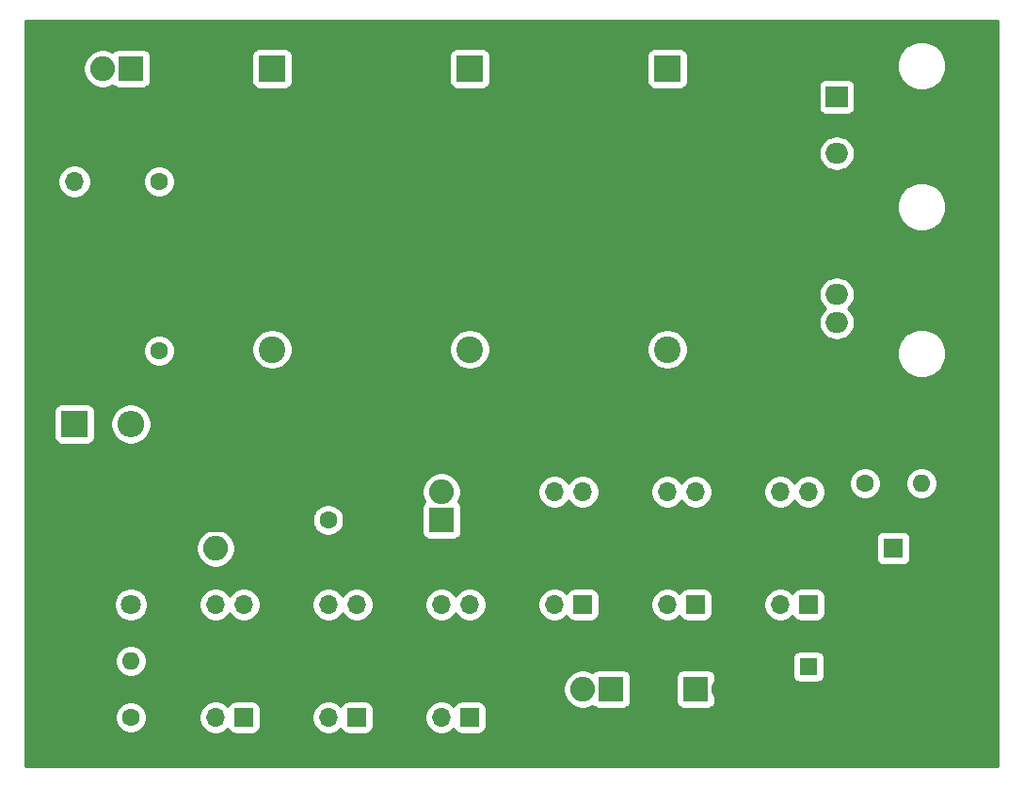
<source format=gbr>
G04 #@! TF.GenerationSoftware,KiCad,Pcbnew,(5.1.6-0-10_14)*
G04 #@! TF.CreationDate,2020-09-27T22:58:57+01:00*
G04 #@! TF.ProjectId,FixedPSU,46697865-6450-4535-952e-6b696361645f,rev?*
G04 #@! TF.SameCoordinates,Original*
G04 #@! TF.FileFunction,Copper,L2,Bot*
G04 #@! TF.FilePolarity,Positive*
%FSLAX46Y46*%
G04 Gerber Fmt 4.6, Leading zero omitted, Abs format (unit mm)*
G04 Created by KiCad (PCBNEW (5.1.6-0-10_14)) date 2020-09-27 22:58:57*
%MOMM*%
%LPD*%
G01*
G04 APERTURE LIST*
G04 #@! TA.AperFunction,ComponentPad*
%ADD10C,2.400000*%
G04 #@! TD*
G04 #@! TA.AperFunction,ComponentPad*
%ADD11R,2.400000X2.400000*%
G04 #@! TD*
G04 #@! TA.AperFunction,ComponentPad*
%ADD12C,1.600000*%
G04 #@! TD*
G04 #@! TA.AperFunction,ComponentPad*
%ADD13R,1.600000X1.600000*%
G04 #@! TD*
G04 #@! TA.AperFunction,ComponentPad*
%ADD14O,2.000000X1.905000*%
G04 #@! TD*
G04 #@! TA.AperFunction,ComponentPad*
%ADD15R,2.000000X1.905000*%
G04 #@! TD*
G04 #@! TA.AperFunction,ComponentPad*
%ADD16R,2.240000X2.240000*%
G04 #@! TD*
G04 #@! TA.AperFunction,ComponentPad*
%ADD17O,2.240000X2.240000*%
G04 #@! TD*
G04 #@! TA.AperFunction,ComponentPad*
%ADD18C,1.800000*%
G04 #@! TD*
G04 #@! TA.AperFunction,ComponentPad*
%ADD19R,1.800000X1.800000*%
G04 #@! TD*
G04 #@! TA.AperFunction,ComponentPad*
%ADD20R,1.700000X1.700000*%
G04 #@! TD*
G04 #@! TA.AperFunction,ComponentPad*
%ADD21O,1.700000X1.700000*%
G04 #@! TD*
G04 #@! TA.AperFunction,ComponentPad*
%ADD22O,1.600000X1.600000*%
G04 #@! TD*
G04 #@! TA.AperFunction,ComponentPad*
%ADD23O,2.400000X2.400000*%
G04 #@! TD*
G04 #@! TA.AperFunction,Conductor*
%ADD24C,0.254000*%
G04 #@! TD*
G04 APERTURE END LIST*
D10*
X99060000Y-83700000D03*
D11*
X99060000Y-76200000D03*
D12*
X104100000Y-99060000D03*
D13*
X101600000Y-99060000D03*
D11*
X99060000Y-58420000D03*
D10*
X99060000Y-65920000D03*
D14*
X149860000Y-66040000D03*
X149860000Y-63500000D03*
D15*
X149860000Y-60960000D03*
D12*
X88900000Y-78820000D03*
X88900000Y-83820000D03*
D11*
X116840000Y-76200000D03*
D10*
X116840000Y-83700000D03*
X134620000Y-83700000D03*
D11*
X134620000Y-76200000D03*
D12*
X88900000Y-68580000D03*
X88900000Y-73580000D03*
D10*
X116840000Y-65920000D03*
D11*
X116840000Y-58420000D03*
X134620000Y-58420000D03*
D10*
X134620000Y-65920000D03*
D13*
X147320000Y-112268000D03*
D12*
X147320000Y-114768000D03*
D16*
X86360000Y-58420000D03*
D17*
X83820000Y-58420000D03*
D18*
X86360000Y-106680000D03*
D19*
X86360000Y-104140000D03*
D20*
X147320000Y-106680000D03*
D21*
X144780000Y-106680000D03*
X147320000Y-104140000D03*
X144780000Y-104140000D03*
X147320000Y-101600000D03*
X144780000Y-101600000D03*
X147320000Y-99060000D03*
X144780000Y-99060000D03*
X147320000Y-96520000D03*
X144780000Y-96520000D03*
X134620000Y-96520000D03*
X137160000Y-96520000D03*
X134620000Y-99060000D03*
X137160000Y-99060000D03*
X134620000Y-101600000D03*
X137160000Y-101600000D03*
X134620000Y-104140000D03*
X137160000Y-104140000D03*
X134620000Y-106680000D03*
D20*
X137160000Y-106680000D03*
X127000000Y-106680000D03*
D21*
X124460000Y-106680000D03*
X127000000Y-104140000D03*
X124460000Y-104140000D03*
X127000000Y-101600000D03*
X124460000Y-101600000D03*
X127000000Y-99060000D03*
X124460000Y-99060000D03*
X127000000Y-96520000D03*
X124460000Y-96520000D03*
X114300000Y-106680000D03*
X116840000Y-106680000D03*
X114300000Y-109220000D03*
X116840000Y-109220000D03*
X114300000Y-111760000D03*
X116840000Y-111760000D03*
X114300000Y-114300000D03*
X116840000Y-114300000D03*
X114300000Y-116840000D03*
D20*
X116840000Y-116840000D03*
X106680000Y-116840000D03*
D21*
X104140000Y-116840000D03*
X106680000Y-114300000D03*
X104140000Y-114300000D03*
X106680000Y-111760000D03*
X104140000Y-111760000D03*
X106680000Y-109220000D03*
X104140000Y-109220000D03*
X106680000Y-106680000D03*
X104140000Y-106680000D03*
X93980000Y-106680000D03*
X96520000Y-106680000D03*
X93980000Y-109220000D03*
X96520000Y-109220000D03*
X93980000Y-111760000D03*
X96520000Y-111760000D03*
X93980000Y-114300000D03*
X96520000Y-114300000D03*
X93980000Y-116840000D03*
D20*
X96520000Y-116840000D03*
X83820000Y-68580000D03*
D21*
X81280000Y-68580000D03*
D12*
X152400000Y-95758000D03*
D22*
X157480000Y-95758000D03*
X86360000Y-111760000D03*
D12*
X86360000Y-116840000D03*
D15*
X149860000Y-76200000D03*
D14*
X149860000Y-78740000D03*
X149860000Y-81280000D03*
D17*
X114300000Y-96520000D03*
D16*
X114300000Y-99060000D03*
X93980000Y-99060000D03*
D17*
X93980000Y-101600000D03*
D16*
X129540000Y-114300000D03*
D17*
X127000000Y-114300000D03*
X139700000Y-114300000D03*
D16*
X137160000Y-114300000D03*
D11*
X81280000Y-90424000D03*
D23*
X86360000Y-90424000D03*
D19*
X154940000Y-101600000D03*
D18*
X154940000Y-104140000D03*
D24*
G36*
X164365001Y-121210000D02*
G01*
X76910000Y-121210000D01*
X76910000Y-116698665D01*
X84925000Y-116698665D01*
X84925000Y-116981335D01*
X84980147Y-117258574D01*
X85088320Y-117519727D01*
X85245363Y-117754759D01*
X85445241Y-117954637D01*
X85680273Y-118111680D01*
X85941426Y-118219853D01*
X86218665Y-118275000D01*
X86501335Y-118275000D01*
X86778574Y-118219853D01*
X87039727Y-118111680D01*
X87274759Y-117954637D01*
X87474637Y-117754759D01*
X87631680Y-117519727D01*
X87739853Y-117258574D01*
X87795000Y-116981335D01*
X87795000Y-116698665D01*
X87794021Y-116693740D01*
X92495000Y-116693740D01*
X92495000Y-116986260D01*
X92552068Y-117273158D01*
X92664010Y-117543411D01*
X92826525Y-117786632D01*
X93033368Y-117993475D01*
X93276589Y-118155990D01*
X93546842Y-118267932D01*
X93833740Y-118325000D01*
X94126260Y-118325000D01*
X94413158Y-118267932D01*
X94683411Y-118155990D01*
X94926632Y-117993475D01*
X95058487Y-117861620D01*
X95080498Y-117934180D01*
X95139463Y-118044494D01*
X95218815Y-118141185D01*
X95315506Y-118220537D01*
X95425820Y-118279502D01*
X95545518Y-118315812D01*
X95670000Y-118328072D01*
X97370000Y-118328072D01*
X97494482Y-118315812D01*
X97614180Y-118279502D01*
X97724494Y-118220537D01*
X97821185Y-118141185D01*
X97900537Y-118044494D01*
X97959502Y-117934180D01*
X97995812Y-117814482D01*
X98008072Y-117690000D01*
X98008072Y-116693740D01*
X102655000Y-116693740D01*
X102655000Y-116986260D01*
X102712068Y-117273158D01*
X102824010Y-117543411D01*
X102986525Y-117786632D01*
X103193368Y-117993475D01*
X103436589Y-118155990D01*
X103706842Y-118267932D01*
X103993740Y-118325000D01*
X104286260Y-118325000D01*
X104573158Y-118267932D01*
X104843411Y-118155990D01*
X105086632Y-117993475D01*
X105218487Y-117861620D01*
X105240498Y-117934180D01*
X105299463Y-118044494D01*
X105378815Y-118141185D01*
X105475506Y-118220537D01*
X105585820Y-118279502D01*
X105705518Y-118315812D01*
X105830000Y-118328072D01*
X107530000Y-118328072D01*
X107654482Y-118315812D01*
X107774180Y-118279502D01*
X107884494Y-118220537D01*
X107981185Y-118141185D01*
X108060537Y-118044494D01*
X108119502Y-117934180D01*
X108155812Y-117814482D01*
X108168072Y-117690000D01*
X108168072Y-116693740D01*
X112815000Y-116693740D01*
X112815000Y-116986260D01*
X112872068Y-117273158D01*
X112984010Y-117543411D01*
X113146525Y-117786632D01*
X113353368Y-117993475D01*
X113596589Y-118155990D01*
X113866842Y-118267932D01*
X114153740Y-118325000D01*
X114446260Y-118325000D01*
X114733158Y-118267932D01*
X115003411Y-118155990D01*
X115246632Y-117993475D01*
X115378487Y-117861620D01*
X115400498Y-117934180D01*
X115459463Y-118044494D01*
X115538815Y-118141185D01*
X115635506Y-118220537D01*
X115745820Y-118279502D01*
X115865518Y-118315812D01*
X115990000Y-118328072D01*
X117690000Y-118328072D01*
X117814482Y-118315812D01*
X117934180Y-118279502D01*
X118044494Y-118220537D01*
X118141185Y-118141185D01*
X118220537Y-118044494D01*
X118279502Y-117934180D01*
X118315812Y-117814482D01*
X118328072Y-117690000D01*
X118328072Y-115990000D01*
X118315812Y-115865518D01*
X118279502Y-115745820D01*
X118220537Y-115635506D01*
X118141185Y-115538815D01*
X118044494Y-115459463D01*
X117934180Y-115400498D01*
X117814482Y-115364188D01*
X117690000Y-115351928D01*
X115990000Y-115351928D01*
X115865518Y-115364188D01*
X115745820Y-115400498D01*
X115635506Y-115459463D01*
X115538815Y-115538815D01*
X115459463Y-115635506D01*
X115400498Y-115745820D01*
X115378487Y-115818380D01*
X115246632Y-115686525D01*
X115003411Y-115524010D01*
X114733158Y-115412068D01*
X114446260Y-115355000D01*
X114153740Y-115355000D01*
X113866842Y-115412068D01*
X113596589Y-115524010D01*
X113353368Y-115686525D01*
X113146525Y-115893368D01*
X112984010Y-116136589D01*
X112872068Y-116406842D01*
X112815000Y-116693740D01*
X108168072Y-116693740D01*
X108168072Y-115990000D01*
X108155812Y-115865518D01*
X108119502Y-115745820D01*
X108060537Y-115635506D01*
X107981185Y-115538815D01*
X107884494Y-115459463D01*
X107774180Y-115400498D01*
X107654482Y-115364188D01*
X107530000Y-115351928D01*
X105830000Y-115351928D01*
X105705518Y-115364188D01*
X105585820Y-115400498D01*
X105475506Y-115459463D01*
X105378815Y-115538815D01*
X105299463Y-115635506D01*
X105240498Y-115745820D01*
X105218487Y-115818380D01*
X105086632Y-115686525D01*
X104843411Y-115524010D01*
X104573158Y-115412068D01*
X104286260Y-115355000D01*
X103993740Y-115355000D01*
X103706842Y-115412068D01*
X103436589Y-115524010D01*
X103193368Y-115686525D01*
X102986525Y-115893368D01*
X102824010Y-116136589D01*
X102712068Y-116406842D01*
X102655000Y-116693740D01*
X98008072Y-116693740D01*
X98008072Y-115990000D01*
X97995812Y-115865518D01*
X97959502Y-115745820D01*
X97900537Y-115635506D01*
X97821185Y-115538815D01*
X97724494Y-115459463D01*
X97614180Y-115400498D01*
X97494482Y-115364188D01*
X97370000Y-115351928D01*
X95670000Y-115351928D01*
X95545518Y-115364188D01*
X95425820Y-115400498D01*
X95315506Y-115459463D01*
X95218815Y-115538815D01*
X95139463Y-115635506D01*
X95080498Y-115745820D01*
X95058487Y-115818380D01*
X94926632Y-115686525D01*
X94683411Y-115524010D01*
X94413158Y-115412068D01*
X94126260Y-115355000D01*
X93833740Y-115355000D01*
X93546842Y-115412068D01*
X93276589Y-115524010D01*
X93033368Y-115686525D01*
X92826525Y-115893368D01*
X92664010Y-116136589D01*
X92552068Y-116406842D01*
X92495000Y-116693740D01*
X87794021Y-116693740D01*
X87739853Y-116421426D01*
X87631680Y-116160273D01*
X87474637Y-115925241D01*
X87274759Y-115725363D01*
X87039727Y-115568320D01*
X86778574Y-115460147D01*
X86501335Y-115405000D01*
X86218665Y-115405000D01*
X85941426Y-115460147D01*
X85680273Y-115568320D01*
X85445241Y-115725363D01*
X85245363Y-115925241D01*
X85088320Y-116160273D01*
X84980147Y-116421426D01*
X84925000Y-116698665D01*
X76910000Y-116698665D01*
X76910000Y-114127148D01*
X125245000Y-114127148D01*
X125245000Y-114472852D01*
X125312443Y-114811915D01*
X125444739Y-115131304D01*
X125636802Y-115418747D01*
X125881253Y-115663198D01*
X126168696Y-115855261D01*
X126488085Y-115987557D01*
X126827148Y-116055000D01*
X127172852Y-116055000D01*
X127511915Y-115987557D01*
X127831304Y-115855261D01*
X127911675Y-115801559D01*
X127968815Y-115871185D01*
X128065506Y-115950537D01*
X128175820Y-116009502D01*
X128295518Y-116045812D01*
X128420000Y-116058072D01*
X130660000Y-116058072D01*
X130784482Y-116045812D01*
X130904180Y-116009502D01*
X131014494Y-115950537D01*
X131111185Y-115871185D01*
X131190537Y-115774494D01*
X131249502Y-115664180D01*
X131285812Y-115544482D01*
X131298072Y-115420000D01*
X131298072Y-113180000D01*
X135401928Y-113180000D01*
X135401928Y-115420000D01*
X135414188Y-115544482D01*
X135450498Y-115664180D01*
X135509463Y-115774494D01*
X135588815Y-115871185D01*
X135685506Y-115950537D01*
X135795820Y-116009502D01*
X135915518Y-116045812D01*
X136040000Y-116058072D01*
X138280000Y-116058072D01*
X138404482Y-116045812D01*
X138524180Y-116009502D01*
X138634494Y-115950537D01*
X138731185Y-115871185D01*
X138810537Y-115774494D01*
X138869502Y-115664180D01*
X138905812Y-115544482D01*
X138918072Y-115420000D01*
X138918072Y-113180000D01*
X138905812Y-113055518D01*
X138869502Y-112935820D01*
X138810537Y-112825506D01*
X138731185Y-112728815D01*
X138634494Y-112649463D01*
X138524180Y-112590498D01*
X138404482Y-112554188D01*
X138280000Y-112541928D01*
X136040000Y-112541928D01*
X135915518Y-112554188D01*
X135795820Y-112590498D01*
X135685506Y-112649463D01*
X135588815Y-112728815D01*
X135509463Y-112825506D01*
X135450498Y-112935820D01*
X135414188Y-113055518D01*
X135401928Y-113180000D01*
X131298072Y-113180000D01*
X131285812Y-113055518D01*
X131249502Y-112935820D01*
X131190537Y-112825506D01*
X131111185Y-112728815D01*
X131014494Y-112649463D01*
X130904180Y-112590498D01*
X130784482Y-112554188D01*
X130660000Y-112541928D01*
X128420000Y-112541928D01*
X128295518Y-112554188D01*
X128175820Y-112590498D01*
X128065506Y-112649463D01*
X127968815Y-112728815D01*
X127911675Y-112798441D01*
X127831304Y-112744739D01*
X127511915Y-112612443D01*
X127172852Y-112545000D01*
X126827148Y-112545000D01*
X126488085Y-112612443D01*
X126168696Y-112744739D01*
X125881253Y-112936802D01*
X125636802Y-113181253D01*
X125444739Y-113468696D01*
X125312443Y-113788085D01*
X125245000Y-114127148D01*
X76910000Y-114127148D01*
X76910000Y-111618665D01*
X84925000Y-111618665D01*
X84925000Y-111901335D01*
X84980147Y-112178574D01*
X85088320Y-112439727D01*
X85245363Y-112674759D01*
X85445241Y-112874637D01*
X85680273Y-113031680D01*
X85941426Y-113139853D01*
X86218665Y-113195000D01*
X86501335Y-113195000D01*
X86778574Y-113139853D01*
X87039727Y-113031680D01*
X87274759Y-112874637D01*
X87474637Y-112674759D01*
X87631680Y-112439727D01*
X87739853Y-112178574D01*
X87795000Y-111901335D01*
X87795000Y-111618665D01*
X87765031Y-111468000D01*
X145881928Y-111468000D01*
X145881928Y-113068000D01*
X145894188Y-113192482D01*
X145930498Y-113312180D01*
X145989463Y-113422494D01*
X146068815Y-113519185D01*
X146165506Y-113598537D01*
X146275820Y-113657502D01*
X146395518Y-113693812D01*
X146520000Y-113706072D01*
X148120000Y-113706072D01*
X148244482Y-113693812D01*
X148364180Y-113657502D01*
X148474494Y-113598537D01*
X148571185Y-113519185D01*
X148650537Y-113422494D01*
X148709502Y-113312180D01*
X148745812Y-113192482D01*
X148758072Y-113068000D01*
X148758072Y-111468000D01*
X148745812Y-111343518D01*
X148709502Y-111223820D01*
X148650537Y-111113506D01*
X148571185Y-111016815D01*
X148474494Y-110937463D01*
X148364180Y-110878498D01*
X148244482Y-110842188D01*
X148120000Y-110829928D01*
X146520000Y-110829928D01*
X146395518Y-110842188D01*
X146275820Y-110878498D01*
X146165506Y-110937463D01*
X146068815Y-111016815D01*
X145989463Y-111113506D01*
X145930498Y-111223820D01*
X145894188Y-111343518D01*
X145881928Y-111468000D01*
X87765031Y-111468000D01*
X87739853Y-111341426D01*
X87631680Y-111080273D01*
X87474637Y-110845241D01*
X87274759Y-110645363D01*
X87039727Y-110488320D01*
X86778574Y-110380147D01*
X86501335Y-110325000D01*
X86218665Y-110325000D01*
X85941426Y-110380147D01*
X85680273Y-110488320D01*
X85445241Y-110645363D01*
X85245363Y-110845241D01*
X85088320Y-111080273D01*
X84980147Y-111341426D01*
X84925000Y-111618665D01*
X76910000Y-111618665D01*
X76910000Y-106528816D01*
X84825000Y-106528816D01*
X84825000Y-106831184D01*
X84883989Y-107127743D01*
X84999701Y-107407095D01*
X85167688Y-107658505D01*
X85381495Y-107872312D01*
X85632905Y-108040299D01*
X85912257Y-108156011D01*
X86208816Y-108215000D01*
X86511184Y-108215000D01*
X86807743Y-108156011D01*
X87087095Y-108040299D01*
X87338505Y-107872312D01*
X87552312Y-107658505D01*
X87720299Y-107407095D01*
X87836011Y-107127743D01*
X87895000Y-106831184D01*
X87895000Y-106533740D01*
X92495000Y-106533740D01*
X92495000Y-106826260D01*
X92552068Y-107113158D01*
X92664010Y-107383411D01*
X92826525Y-107626632D01*
X93033368Y-107833475D01*
X93276589Y-107995990D01*
X93546842Y-108107932D01*
X93833740Y-108165000D01*
X94126260Y-108165000D01*
X94413158Y-108107932D01*
X94683411Y-107995990D01*
X94926632Y-107833475D01*
X95133475Y-107626632D01*
X95250000Y-107452240D01*
X95366525Y-107626632D01*
X95573368Y-107833475D01*
X95816589Y-107995990D01*
X96086842Y-108107932D01*
X96373740Y-108165000D01*
X96666260Y-108165000D01*
X96953158Y-108107932D01*
X97223411Y-107995990D01*
X97466632Y-107833475D01*
X97673475Y-107626632D01*
X97835990Y-107383411D01*
X97947932Y-107113158D01*
X98005000Y-106826260D01*
X98005000Y-106533740D01*
X102655000Y-106533740D01*
X102655000Y-106826260D01*
X102712068Y-107113158D01*
X102824010Y-107383411D01*
X102986525Y-107626632D01*
X103193368Y-107833475D01*
X103436589Y-107995990D01*
X103706842Y-108107932D01*
X103993740Y-108165000D01*
X104286260Y-108165000D01*
X104573158Y-108107932D01*
X104843411Y-107995990D01*
X105086632Y-107833475D01*
X105293475Y-107626632D01*
X105410000Y-107452240D01*
X105526525Y-107626632D01*
X105733368Y-107833475D01*
X105976589Y-107995990D01*
X106246842Y-108107932D01*
X106533740Y-108165000D01*
X106826260Y-108165000D01*
X107113158Y-108107932D01*
X107383411Y-107995990D01*
X107626632Y-107833475D01*
X107833475Y-107626632D01*
X107995990Y-107383411D01*
X108107932Y-107113158D01*
X108165000Y-106826260D01*
X108165000Y-106533740D01*
X112815000Y-106533740D01*
X112815000Y-106826260D01*
X112872068Y-107113158D01*
X112984010Y-107383411D01*
X113146525Y-107626632D01*
X113353368Y-107833475D01*
X113596589Y-107995990D01*
X113866842Y-108107932D01*
X114153740Y-108165000D01*
X114446260Y-108165000D01*
X114733158Y-108107932D01*
X115003411Y-107995990D01*
X115246632Y-107833475D01*
X115453475Y-107626632D01*
X115570000Y-107452240D01*
X115686525Y-107626632D01*
X115893368Y-107833475D01*
X116136589Y-107995990D01*
X116406842Y-108107932D01*
X116693740Y-108165000D01*
X116986260Y-108165000D01*
X117273158Y-108107932D01*
X117543411Y-107995990D01*
X117786632Y-107833475D01*
X117993475Y-107626632D01*
X118155990Y-107383411D01*
X118267932Y-107113158D01*
X118325000Y-106826260D01*
X118325000Y-106533740D01*
X122975000Y-106533740D01*
X122975000Y-106826260D01*
X123032068Y-107113158D01*
X123144010Y-107383411D01*
X123306525Y-107626632D01*
X123513368Y-107833475D01*
X123756589Y-107995990D01*
X124026842Y-108107932D01*
X124313740Y-108165000D01*
X124606260Y-108165000D01*
X124893158Y-108107932D01*
X125163411Y-107995990D01*
X125406632Y-107833475D01*
X125538487Y-107701620D01*
X125560498Y-107774180D01*
X125619463Y-107884494D01*
X125698815Y-107981185D01*
X125795506Y-108060537D01*
X125905820Y-108119502D01*
X126025518Y-108155812D01*
X126150000Y-108168072D01*
X127850000Y-108168072D01*
X127974482Y-108155812D01*
X128094180Y-108119502D01*
X128204494Y-108060537D01*
X128301185Y-107981185D01*
X128380537Y-107884494D01*
X128439502Y-107774180D01*
X128475812Y-107654482D01*
X128488072Y-107530000D01*
X128488072Y-106533740D01*
X133135000Y-106533740D01*
X133135000Y-106826260D01*
X133192068Y-107113158D01*
X133304010Y-107383411D01*
X133466525Y-107626632D01*
X133673368Y-107833475D01*
X133916589Y-107995990D01*
X134186842Y-108107932D01*
X134473740Y-108165000D01*
X134766260Y-108165000D01*
X135053158Y-108107932D01*
X135323411Y-107995990D01*
X135566632Y-107833475D01*
X135698487Y-107701620D01*
X135720498Y-107774180D01*
X135779463Y-107884494D01*
X135858815Y-107981185D01*
X135955506Y-108060537D01*
X136065820Y-108119502D01*
X136185518Y-108155812D01*
X136310000Y-108168072D01*
X138010000Y-108168072D01*
X138134482Y-108155812D01*
X138254180Y-108119502D01*
X138364494Y-108060537D01*
X138461185Y-107981185D01*
X138540537Y-107884494D01*
X138599502Y-107774180D01*
X138635812Y-107654482D01*
X138648072Y-107530000D01*
X138648072Y-106533740D01*
X143295000Y-106533740D01*
X143295000Y-106826260D01*
X143352068Y-107113158D01*
X143464010Y-107383411D01*
X143626525Y-107626632D01*
X143833368Y-107833475D01*
X144076589Y-107995990D01*
X144346842Y-108107932D01*
X144633740Y-108165000D01*
X144926260Y-108165000D01*
X145213158Y-108107932D01*
X145483411Y-107995990D01*
X145726632Y-107833475D01*
X145858487Y-107701620D01*
X145880498Y-107774180D01*
X145939463Y-107884494D01*
X146018815Y-107981185D01*
X146115506Y-108060537D01*
X146225820Y-108119502D01*
X146345518Y-108155812D01*
X146470000Y-108168072D01*
X148170000Y-108168072D01*
X148294482Y-108155812D01*
X148414180Y-108119502D01*
X148524494Y-108060537D01*
X148621185Y-107981185D01*
X148700537Y-107884494D01*
X148759502Y-107774180D01*
X148795812Y-107654482D01*
X148808072Y-107530000D01*
X148808072Y-105830000D01*
X148795812Y-105705518D01*
X148759502Y-105585820D01*
X148700537Y-105475506D01*
X148621185Y-105378815D01*
X148524494Y-105299463D01*
X148414180Y-105240498D01*
X148294482Y-105204188D01*
X148170000Y-105191928D01*
X146470000Y-105191928D01*
X146345518Y-105204188D01*
X146225820Y-105240498D01*
X146115506Y-105299463D01*
X146018815Y-105378815D01*
X145939463Y-105475506D01*
X145880498Y-105585820D01*
X145858487Y-105658380D01*
X145726632Y-105526525D01*
X145483411Y-105364010D01*
X145213158Y-105252068D01*
X144926260Y-105195000D01*
X144633740Y-105195000D01*
X144346842Y-105252068D01*
X144076589Y-105364010D01*
X143833368Y-105526525D01*
X143626525Y-105733368D01*
X143464010Y-105976589D01*
X143352068Y-106246842D01*
X143295000Y-106533740D01*
X138648072Y-106533740D01*
X138648072Y-105830000D01*
X138635812Y-105705518D01*
X138599502Y-105585820D01*
X138540537Y-105475506D01*
X138461185Y-105378815D01*
X138364494Y-105299463D01*
X138254180Y-105240498D01*
X138134482Y-105204188D01*
X138010000Y-105191928D01*
X136310000Y-105191928D01*
X136185518Y-105204188D01*
X136065820Y-105240498D01*
X135955506Y-105299463D01*
X135858815Y-105378815D01*
X135779463Y-105475506D01*
X135720498Y-105585820D01*
X135698487Y-105658380D01*
X135566632Y-105526525D01*
X135323411Y-105364010D01*
X135053158Y-105252068D01*
X134766260Y-105195000D01*
X134473740Y-105195000D01*
X134186842Y-105252068D01*
X133916589Y-105364010D01*
X133673368Y-105526525D01*
X133466525Y-105733368D01*
X133304010Y-105976589D01*
X133192068Y-106246842D01*
X133135000Y-106533740D01*
X128488072Y-106533740D01*
X128488072Y-105830000D01*
X128475812Y-105705518D01*
X128439502Y-105585820D01*
X128380537Y-105475506D01*
X128301185Y-105378815D01*
X128204494Y-105299463D01*
X128094180Y-105240498D01*
X127974482Y-105204188D01*
X127850000Y-105191928D01*
X126150000Y-105191928D01*
X126025518Y-105204188D01*
X125905820Y-105240498D01*
X125795506Y-105299463D01*
X125698815Y-105378815D01*
X125619463Y-105475506D01*
X125560498Y-105585820D01*
X125538487Y-105658380D01*
X125406632Y-105526525D01*
X125163411Y-105364010D01*
X124893158Y-105252068D01*
X124606260Y-105195000D01*
X124313740Y-105195000D01*
X124026842Y-105252068D01*
X123756589Y-105364010D01*
X123513368Y-105526525D01*
X123306525Y-105733368D01*
X123144010Y-105976589D01*
X123032068Y-106246842D01*
X122975000Y-106533740D01*
X118325000Y-106533740D01*
X118267932Y-106246842D01*
X118155990Y-105976589D01*
X117993475Y-105733368D01*
X117786632Y-105526525D01*
X117543411Y-105364010D01*
X117273158Y-105252068D01*
X116986260Y-105195000D01*
X116693740Y-105195000D01*
X116406842Y-105252068D01*
X116136589Y-105364010D01*
X115893368Y-105526525D01*
X115686525Y-105733368D01*
X115570000Y-105907760D01*
X115453475Y-105733368D01*
X115246632Y-105526525D01*
X115003411Y-105364010D01*
X114733158Y-105252068D01*
X114446260Y-105195000D01*
X114153740Y-105195000D01*
X113866842Y-105252068D01*
X113596589Y-105364010D01*
X113353368Y-105526525D01*
X113146525Y-105733368D01*
X112984010Y-105976589D01*
X112872068Y-106246842D01*
X112815000Y-106533740D01*
X108165000Y-106533740D01*
X108107932Y-106246842D01*
X107995990Y-105976589D01*
X107833475Y-105733368D01*
X107626632Y-105526525D01*
X107383411Y-105364010D01*
X107113158Y-105252068D01*
X106826260Y-105195000D01*
X106533740Y-105195000D01*
X106246842Y-105252068D01*
X105976589Y-105364010D01*
X105733368Y-105526525D01*
X105526525Y-105733368D01*
X105410000Y-105907760D01*
X105293475Y-105733368D01*
X105086632Y-105526525D01*
X104843411Y-105364010D01*
X104573158Y-105252068D01*
X104286260Y-105195000D01*
X103993740Y-105195000D01*
X103706842Y-105252068D01*
X103436589Y-105364010D01*
X103193368Y-105526525D01*
X102986525Y-105733368D01*
X102824010Y-105976589D01*
X102712068Y-106246842D01*
X102655000Y-106533740D01*
X98005000Y-106533740D01*
X97947932Y-106246842D01*
X97835990Y-105976589D01*
X97673475Y-105733368D01*
X97466632Y-105526525D01*
X97223411Y-105364010D01*
X96953158Y-105252068D01*
X96666260Y-105195000D01*
X96373740Y-105195000D01*
X96086842Y-105252068D01*
X95816589Y-105364010D01*
X95573368Y-105526525D01*
X95366525Y-105733368D01*
X95250000Y-105907760D01*
X95133475Y-105733368D01*
X94926632Y-105526525D01*
X94683411Y-105364010D01*
X94413158Y-105252068D01*
X94126260Y-105195000D01*
X93833740Y-105195000D01*
X93546842Y-105252068D01*
X93276589Y-105364010D01*
X93033368Y-105526525D01*
X92826525Y-105733368D01*
X92664010Y-105976589D01*
X92552068Y-106246842D01*
X92495000Y-106533740D01*
X87895000Y-106533740D01*
X87895000Y-106528816D01*
X87836011Y-106232257D01*
X87720299Y-105952905D01*
X87552312Y-105701495D01*
X87338505Y-105487688D01*
X87087095Y-105319701D01*
X86807743Y-105203989D01*
X86511184Y-105145000D01*
X86208816Y-105145000D01*
X85912257Y-105203989D01*
X85632905Y-105319701D01*
X85381495Y-105487688D01*
X85167688Y-105701495D01*
X84999701Y-105952905D01*
X84883989Y-106232257D01*
X84825000Y-106528816D01*
X76910000Y-106528816D01*
X76910000Y-101427148D01*
X92225000Y-101427148D01*
X92225000Y-101772852D01*
X92292443Y-102111915D01*
X92424739Y-102431304D01*
X92616802Y-102718747D01*
X92861253Y-102963198D01*
X93148696Y-103155261D01*
X93468085Y-103287557D01*
X93807148Y-103355000D01*
X94152852Y-103355000D01*
X94491915Y-103287557D01*
X94811304Y-103155261D01*
X95098747Y-102963198D01*
X95343198Y-102718747D01*
X95535261Y-102431304D01*
X95667557Y-102111915D01*
X95735000Y-101772852D01*
X95735000Y-101427148D01*
X95667557Y-101088085D01*
X95535261Y-100768696D01*
X95343198Y-100481253D01*
X95098747Y-100236802D01*
X94811304Y-100044739D01*
X94491915Y-99912443D01*
X94152852Y-99845000D01*
X93807148Y-99845000D01*
X93468085Y-99912443D01*
X93148696Y-100044739D01*
X92861253Y-100236802D01*
X92616802Y-100481253D01*
X92424739Y-100768696D01*
X92292443Y-101088085D01*
X92225000Y-101427148D01*
X76910000Y-101427148D01*
X76910000Y-98918665D01*
X102665000Y-98918665D01*
X102665000Y-99201335D01*
X102720147Y-99478574D01*
X102828320Y-99739727D01*
X102985363Y-99974759D01*
X103185241Y-100174637D01*
X103420273Y-100331680D01*
X103681426Y-100439853D01*
X103958665Y-100495000D01*
X104241335Y-100495000D01*
X104518574Y-100439853D01*
X104779727Y-100331680D01*
X105014759Y-100174637D01*
X105214637Y-99974759D01*
X105371680Y-99739727D01*
X105479853Y-99478574D01*
X105535000Y-99201335D01*
X105535000Y-98918665D01*
X105479853Y-98641426D01*
X105371680Y-98380273D01*
X105214637Y-98145241D01*
X105014759Y-97945363D01*
X105006733Y-97940000D01*
X112541928Y-97940000D01*
X112541928Y-100180000D01*
X112554188Y-100304482D01*
X112590498Y-100424180D01*
X112649463Y-100534494D01*
X112728815Y-100631185D01*
X112825506Y-100710537D01*
X112935820Y-100769502D01*
X113055518Y-100805812D01*
X113180000Y-100818072D01*
X115420000Y-100818072D01*
X115544482Y-100805812D01*
X115664180Y-100769502D01*
X115774494Y-100710537D01*
X115787333Y-100700000D01*
X153401928Y-100700000D01*
X153401928Y-102500000D01*
X153414188Y-102624482D01*
X153450498Y-102744180D01*
X153509463Y-102854494D01*
X153588815Y-102951185D01*
X153685506Y-103030537D01*
X153795820Y-103089502D01*
X153915518Y-103125812D01*
X154040000Y-103138072D01*
X155840000Y-103138072D01*
X155964482Y-103125812D01*
X156084180Y-103089502D01*
X156194494Y-103030537D01*
X156291185Y-102951185D01*
X156370537Y-102854494D01*
X156429502Y-102744180D01*
X156465812Y-102624482D01*
X156478072Y-102500000D01*
X156478072Y-100700000D01*
X156465812Y-100575518D01*
X156429502Y-100455820D01*
X156370537Y-100345506D01*
X156291185Y-100248815D01*
X156194494Y-100169463D01*
X156084180Y-100110498D01*
X155964482Y-100074188D01*
X155840000Y-100061928D01*
X154040000Y-100061928D01*
X153915518Y-100074188D01*
X153795820Y-100110498D01*
X153685506Y-100169463D01*
X153588815Y-100248815D01*
X153509463Y-100345506D01*
X153450498Y-100455820D01*
X153414188Y-100575518D01*
X153401928Y-100700000D01*
X115787333Y-100700000D01*
X115871185Y-100631185D01*
X115950537Y-100534494D01*
X116009502Y-100424180D01*
X116045812Y-100304482D01*
X116058072Y-100180000D01*
X116058072Y-97940000D01*
X116045812Y-97815518D01*
X116009502Y-97695820D01*
X115950537Y-97585506D01*
X115871185Y-97488815D01*
X115801559Y-97431675D01*
X115855261Y-97351304D01*
X115987557Y-97031915D01*
X116055000Y-96692852D01*
X116055000Y-96373740D01*
X122975000Y-96373740D01*
X122975000Y-96666260D01*
X123032068Y-96953158D01*
X123144010Y-97223411D01*
X123306525Y-97466632D01*
X123513368Y-97673475D01*
X123756589Y-97835990D01*
X124026842Y-97947932D01*
X124313740Y-98005000D01*
X124606260Y-98005000D01*
X124893158Y-97947932D01*
X125163411Y-97835990D01*
X125406632Y-97673475D01*
X125613475Y-97466632D01*
X125730000Y-97292240D01*
X125846525Y-97466632D01*
X126053368Y-97673475D01*
X126296589Y-97835990D01*
X126566842Y-97947932D01*
X126853740Y-98005000D01*
X127146260Y-98005000D01*
X127433158Y-97947932D01*
X127703411Y-97835990D01*
X127946632Y-97673475D01*
X128153475Y-97466632D01*
X128315990Y-97223411D01*
X128427932Y-96953158D01*
X128485000Y-96666260D01*
X128485000Y-96373740D01*
X133135000Y-96373740D01*
X133135000Y-96666260D01*
X133192068Y-96953158D01*
X133304010Y-97223411D01*
X133466525Y-97466632D01*
X133673368Y-97673475D01*
X133916589Y-97835990D01*
X134186842Y-97947932D01*
X134473740Y-98005000D01*
X134766260Y-98005000D01*
X135053158Y-97947932D01*
X135323411Y-97835990D01*
X135566632Y-97673475D01*
X135773475Y-97466632D01*
X135890000Y-97292240D01*
X136006525Y-97466632D01*
X136213368Y-97673475D01*
X136456589Y-97835990D01*
X136726842Y-97947932D01*
X137013740Y-98005000D01*
X137306260Y-98005000D01*
X137593158Y-97947932D01*
X137863411Y-97835990D01*
X138106632Y-97673475D01*
X138313475Y-97466632D01*
X138475990Y-97223411D01*
X138587932Y-96953158D01*
X138645000Y-96666260D01*
X138645000Y-96373740D01*
X143295000Y-96373740D01*
X143295000Y-96666260D01*
X143352068Y-96953158D01*
X143464010Y-97223411D01*
X143626525Y-97466632D01*
X143833368Y-97673475D01*
X144076589Y-97835990D01*
X144346842Y-97947932D01*
X144633740Y-98005000D01*
X144926260Y-98005000D01*
X145213158Y-97947932D01*
X145483411Y-97835990D01*
X145726632Y-97673475D01*
X145933475Y-97466632D01*
X146050000Y-97292240D01*
X146166525Y-97466632D01*
X146373368Y-97673475D01*
X146616589Y-97835990D01*
X146886842Y-97947932D01*
X147173740Y-98005000D01*
X147466260Y-98005000D01*
X147753158Y-97947932D01*
X148023411Y-97835990D01*
X148266632Y-97673475D01*
X148473475Y-97466632D01*
X148635990Y-97223411D01*
X148747932Y-96953158D01*
X148805000Y-96666260D01*
X148805000Y-96373740D01*
X148747932Y-96086842D01*
X148635990Y-95816589D01*
X148502406Y-95616665D01*
X150965000Y-95616665D01*
X150965000Y-95899335D01*
X151020147Y-96176574D01*
X151128320Y-96437727D01*
X151285363Y-96672759D01*
X151485241Y-96872637D01*
X151720273Y-97029680D01*
X151981426Y-97137853D01*
X152258665Y-97193000D01*
X152541335Y-97193000D01*
X152818574Y-97137853D01*
X153079727Y-97029680D01*
X153314759Y-96872637D01*
X153514637Y-96672759D01*
X153671680Y-96437727D01*
X153779853Y-96176574D01*
X153835000Y-95899335D01*
X153835000Y-95616665D01*
X156045000Y-95616665D01*
X156045000Y-95899335D01*
X156100147Y-96176574D01*
X156208320Y-96437727D01*
X156365363Y-96672759D01*
X156565241Y-96872637D01*
X156800273Y-97029680D01*
X157061426Y-97137853D01*
X157338665Y-97193000D01*
X157621335Y-97193000D01*
X157898574Y-97137853D01*
X158159727Y-97029680D01*
X158394759Y-96872637D01*
X158594637Y-96672759D01*
X158751680Y-96437727D01*
X158859853Y-96176574D01*
X158915000Y-95899335D01*
X158915000Y-95616665D01*
X158859853Y-95339426D01*
X158751680Y-95078273D01*
X158594637Y-94843241D01*
X158394759Y-94643363D01*
X158159727Y-94486320D01*
X157898574Y-94378147D01*
X157621335Y-94323000D01*
X157338665Y-94323000D01*
X157061426Y-94378147D01*
X156800273Y-94486320D01*
X156565241Y-94643363D01*
X156365363Y-94843241D01*
X156208320Y-95078273D01*
X156100147Y-95339426D01*
X156045000Y-95616665D01*
X153835000Y-95616665D01*
X153779853Y-95339426D01*
X153671680Y-95078273D01*
X153514637Y-94843241D01*
X153314759Y-94643363D01*
X153079727Y-94486320D01*
X152818574Y-94378147D01*
X152541335Y-94323000D01*
X152258665Y-94323000D01*
X151981426Y-94378147D01*
X151720273Y-94486320D01*
X151485241Y-94643363D01*
X151285363Y-94843241D01*
X151128320Y-95078273D01*
X151020147Y-95339426D01*
X150965000Y-95616665D01*
X148502406Y-95616665D01*
X148473475Y-95573368D01*
X148266632Y-95366525D01*
X148023411Y-95204010D01*
X147753158Y-95092068D01*
X147466260Y-95035000D01*
X147173740Y-95035000D01*
X146886842Y-95092068D01*
X146616589Y-95204010D01*
X146373368Y-95366525D01*
X146166525Y-95573368D01*
X146050000Y-95747760D01*
X145933475Y-95573368D01*
X145726632Y-95366525D01*
X145483411Y-95204010D01*
X145213158Y-95092068D01*
X144926260Y-95035000D01*
X144633740Y-95035000D01*
X144346842Y-95092068D01*
X144076589Y-95204010D01*
X143833368Y-95366525D01*
X143626525Y-95573368D01*
X143464010Y-95816589D01*
X143352068Y-96086842D01*
X143295000Y-96373740D01*
X138645000Y-96373740D01*
X138587932Y-96086842D01*
X138475990Y-95816589D01*
X138313475Y-95573368D01*
X138106632Y-95366525D01*
X137863411Y-95204010D01*
X137593158Y-95092068D01*
X137306260Y-95035000D01*
X137013740Y-95035000D01*
X136726842Y-95092068D01*
X136456589Y-95204010D01*
X136213368Y-95366525D01*
X136006525Y-95573368D01*
X135890000Y-95747760D01*
X135773475Y-95573368D01*
X135566632Y-95366525D01*
X135323411Y-95204010D01*
X135053158Y-95092068D01*
X134766260Y-95035000D01*
X134473740Y-95035000D01*
X134186842Y-95092068D01*
X133916589Y-95204010D01*
X133673368Y-95366525D01*
X133466525Y-95573368D01*
X133304010Y-95816589D01*
X133192068Y-96086842D01*
X133135000Y-96373740D01*
X128485000Y-96373740D01*
X128427932Y-96086842D01*
X128315990Y-95816589D01*
X128153475Y-95573368D01*
X127946632Y-95366525D01*
X127703411Y-95204010D01*
X127433158Y-95092068D01*
X127146260Y-95035000D01*
X126853740Y-95035000D01*
X126566842Y-95092068D01*
X126296589Y-95204010D01*
X126053368Y-95366525D01*
X125846525Y-95573368D01*
X125730000Y-95747760D01*
X125613475Y-95573368D01*
X125406632Y-95366525D01*
X125163411Y-95204010D01*
X124893158Y-95092068D01*
X124606260Y-95035000D01*
X124313740Y-95035000D01*
X124026842Y-95092068D01*
X123756589Y-95204010D01*
X123513368Y-95366525D01*
X123306525Y-95573368D01*
X123144010Y-95816589D01*
X123032068Y-96086842D01*
X122975000Y-96373740D01*
X116055000Y-96373740D01*
X116055000Y-96347148D01*
X115987557Y-96008085D01*
X115855261Y-95688696D01*
X115663198Y-95401253D01*
X115418747Y-95156802D01*
X115131304Y-94964739D01*
X114811915Y-94832443D01*
X114472852Y-94765000D01*
X114127148Y-94765000D01*
X113788085Y-94832443D01*
X113468696Y-94964739D01*
X113181253Y-95156802D01*
X112936802Y-95401253D01*
X112744739Y-95688696D01*
X112612443Y-96008085D01*
X112545000Y-96347148D01*
X112545000Y-96692852D01*
X112612443Y-97031915D01*
X112744739Y-97351304D01*
X112798441Y-97431675D01*
X112728815Y-97488815D01*
X112649463Y-97585506D01*
X112590498Y-97695820D01*
X112554188Y-97815518D01*
X112541928Y-97940000D01*
X105006733Y-97940000D01*
X104779727Y-97788320D01*
X104518574Y-97680147D01*
X104241335Y-97625000D01*
X103958665Y-97625000D01*
X103681426Y-97680147D01*
X103420273Y-97788320D01*
X103185241Y-97945363D01*
X102985363Y-98145241D01*
X102828320Y-98380273D01*
X102720147Y-98641426D01*
X102665000Y-98918665D01*
X76910000Y-98918665D01*
X76910000Y-89224000D01*
X79441928Y-89224000D01*
X79441928Y-91624000D01*
X79454188Y-91748482D01*
X79490498Y-91868180D01*
X79549463Y-91978494D01*
X79628815Y-92075185D01*
X79725506Y-92154537D01*
X79835820Y-92213502D01*
X79955518Y-92249812D01*
X80080000Y-92262072D01*
X82480000Y-92262072D01*
X82604482Y-92249812D01*
X82724180Y-92213502D01*
X82834494Y-92154537D01*
X82931185Y-92075185D01*
X83010537Y-91978494D01*
X83069502Y-91868180D01*
X83105812Y-91748482D01*
X83118072Y-91624000D01*
X83118072Y-90243268D01*
X84525000Y-90243268D01*
X84525000Y-90604732D01*
X84595518Y-90959250D01*
X84733844Y-91293199D01*
X84934662Y-91593744D01*
X85190256Y-91849338D01*
X85490801Y-92050156D01*
X85824750Y-92188482D01*
X86179268Y-92259000D01*
X86540732Y-92259000D01*
X86895250Y-92188482D01*
X87229199Y-92050156D01*
X87529744Y-91849338D01*
X87785338Y-91593744D01*
X87986156Y-91293199D01*
X88124482Y-90959250D01*
X88195000Y-90604732D01*
X88195000Y-90243268D01*
X88124482Y-89888750D01*
X87986156Y-89554801D01*
X87785338Y-89254256D01*
X87529744Y-88998662D01*
X87229199Y-88797844D01*
X86895250Y-88659518D01*
X86540732Y-88589000D01*
X86179268Y-88589000D01*
X85824750Y-88659518D01*
X85490801Y-88797844D01*
X85190256Y-88998662D01*
X84934662Y-89254256D01*
X84733844Y-89554801D01*
X84595518Y-89888750D01*
X84525000Y-90243268D01*
X83118072Y-90243268D01*
X83118072Y-89224000D01*
X83105812Y-89099518D01*
X83069502Y-88979820D01*
X83010537Y-88869506D01*
X82931185Y-88772815D01*
X82834494Y-88693463D01*
X82724180Y-88634498D01*
X82604482Y-88598188D01*
X82480000Y-88585928D01*
X80080000Y-88585928D01*
X79955518Y-88598188D01*
X79835820Y-88634498D01*
X79725506Y-88693463D01*
X79628815Y-88772815D01*
X79549463Y-88869506D01*
X79490498Y-88979820D01*
X79454188Y-89099518D01*
X79441928Y-89224000D01*
X76910000Y-89224000D01*
X76910000Y-83678665D01*
X87465000Y-83678665D01*
X87465000Y-83961335D01*
X87520147Y-84238574D01*
X87628320Y-84499727D01*
X87785363Y-84734759D01*
X87985241Y-84934637D01*
X88220273Y-85091680D01*
X88481426Y-85199853D01*
X88758665Y-85255000D01*
X89041335Y-85255000D01*
X89318574Y-85199853D01*
X89579727Y-85091680D01*
X89814759Y-84934637D01*
X90014637Y-84734759D01*
X90171680Y-84499727D01*
X90279853Y-84238574D01*
X90335000Y-83961335D01*
X90335000Y-83678665D01*
X90303294Y-83519268D01*
X97225000Y-83519268D01*
X97225000Y-83880732D01*
X97295518Y-84235250D01*
X97433844Y-84569199D01*
X97634662Y-84869744D01*
X97890256Y-85125338D01*
X98190801Y-85326156D01*
X98524750Y-85464482D01*
X98879268Y-85535000D01*
X99240732Y-85535000D01*
X99595250Y-85464482D01*
X99929199Y-85326156D01*
X100229744Y-85125338D01*
X100485338Y-84869744D01*
X100686156Y-84569199D01*
X100824482Y-84235250D01*
X100895000Y-83880732D01*
X100895000Y-83519268D01*
X115005000Y-83519268D01*
X115005000Y-83880732D01*
X115075518Y-84235250D01*
X115213844Y-84569199D01*
X115414662Y-84869744D01*
X115670256Y-85125338D01*
X115970801Y-85326156D01*
X116304750Y-85464482D01*
X116659268Y-85535000D01*
X117020732Y-85535000D01*
X117375250Y-85464482D01*
X117709199Y-85326156D01*
X118009744Y-85125338D01*
X118265338Y-84869744D01*
X118466156Y-84569199D01*
X118604482Y-84235250D01*
X118675000Y-83880732D01*
X118675000Y-83519268D01*
X132785000Y-83519268D01*
X132785000Y-83880732D01*
X132855518Y-84235250D01*
X132993844Y-84569199D01*
X133194662Y-84869744D01*
X133450256Y-85125338D01*
X133750801Y-85326156D01*
X134084750Y-85464482D01*
X134439268Y-85535000D01*
X134800732Y-85535000D01*
X135155250Y-85464482D01*
X135489199Y-85326156D01*
X135789744Y-85125338D01*
X136045338Y-84869744D01*
X136246156Y-84569199D01*
X136384482Y-84235250D01*
X136455000Y-83880732D01*
X136455000Y-83853872D01*
X155245000Y-83853872D01*
X155245000Y-84294128D01*
X155330890Y-84725925D01*
X155499369Y-85132669D01*
X155743962Y-85498729D01*
X156055271Y-85810038D01*
X156421331Y-86054631D01*
X156828075Y-86223110D01*
X157259872Y-86309000D01*
X157700128Y-86309000D01*
X158131925Y-86223110D01*
X158538669Y-86054631D01*
X158904729Y-85810038D01*
X159216038Y-85498729D01*
X159460631Y-85132669D01*
X159629110Y-84725925D01*
X159715000Y-84294128D01*
X159715000Y-83853872D01*
X159629110Y-83422075D01*
X159460631Y-83015331D01*
X159216038Y-82649271D01*
X158904729Y-82337962D01*
X158538669Y-82093369D01*
X158131925Y-81924890D01*
X157700128Y-81839000D01*
X157259872Y-81839000D01*
X156828075Y-81924890D01*
X156421331Y-82093369D01*
X156055271Y-82337962D01*
X155743962Y-82649271D01*
X155499369Y-83015331D01*
X155330890Y-83422075D01*
X155245000Y-83853872D01*
X136455000Y-83853872D01*
X136455000Y-83519268D01*
X136384482Y-83164750D01*
X136246156Y-82830801D01*
X136045338Y-82530256D01*
X135789744Y-82274662D01*
X135489199Y-82073844D01*
X135155250Y-81935518D01*
X134800732Y-81865000D01*
X134439268Y-81865000D01*
X134084750Y-81935518D01*
X133750801Y-82073844D01*
X133450256Y-82274662D01*
X133194662Y-82530256D01*
X132993844Y-82830801D01*
X132855518Y-83164750D01*
X132785000Y-83519268D01*
X118675000Y-83519268D01*
X118604482Y-83164750D01*
X118466156Y-82830801D01*
X118265338Y-82530256D01*
X118009744Y-82274662D01*
X117709199Y-82073844D01*
X117375250Y-81935518D01*
X117020732Y-81865000D01*
X116659268Y-81865000D01*
X116304750Y-81935518D01*
X115970801Y-82073844D01*
X115670256Y-82274662D01*
X115414662Y-82530256D01*
X115213844Y-82830801D01*
X115075518Y-83164750D01*
X115005000Y-83519268D01*
X100895000Y-83519268D01*
X100824482Y-83164750D01*
X100686156Y-82830801D01*
X100485338Y-82530256D01*
X100229744Y-82274662D01*
X99929199Y-82073844D01*
X99595250Y-81935518D01*
X99240732Y-81865000D01*
X98879268Y-81865000D01*
X98524750Y-81935518D01*
X98190801Y-82073844D01*
X97890256Y-82274662D01*
X97634662Y-82530256D01*
X97433844Y-82830801D01*
X97295518Y-83164750D01*
X97225000Y-83519268D01*
X90303294Y-83519268D01*
X90279853Y-83401426D01*
X90171680Y-83140273D01*
X90014637Y-82905241D01*
X89814759Y-82705363D01*
X89579727Y-82548320D01*
X89318574Y-82440147D01*
X89041335Y-82385000D01*
X88758665Y-82385000D01*
X88481426Y-82440147D01*
X88220273Y-82548320D01*
X87985241Y-82705363D01*
X87785363Y-82905241D01*
X87628320Y-83140273D01*
X87520147Y-83401426D01*
X87465000Y-83678665D01*
X76910000Y-83678665D01*
X76910000Y-78740000D01*
X148217319Y-78740000D01*
X148247970Y-79051204D01*
X148338745Y-79350449D01*
X148486155Y-79626235D01*
X148684537Y-79867963D01*
X148857609Y-80010000D01*
X148684537Y-80152037D01*
X148486155Y-80393765D01*
X148338745Y-80669551D01*
X148247970Y-80968796D01*
X148217319Y-81280000D01*
X148247970Y-81591204D01*
X148338745Y-81890449D01*
X148486155Y-82166235D01*
X148684537Y-82407963D01*
X148926265Y-82606345D01*
X149202051Y-82753755D01*
X149501296Y-82844530D01*
X149734514Y-82867500D01*
X149985486Y-82867500D01*
X150218704Y-82844530D01*
X150517949Y-82753755D01*
X150793735Y-82606345D01*
X151035463Y-82407963D01*
X151233845Y-82166235D01*
X151381255Y-81890449D01*
X151472030Y-81591204D01*
X151502681Y-81280000D01*
X151472030Y-80968796D01*
X151381255Y-80669551D01*
X151233845Y-80393765D01*
X151035463Y-80152037D01*
X150862391Y-80010000D01*
X151035463Y-79867963D01*
X151233845Y-79626235D01*
X151381255Y-79350449D01*
X151472030Y-79051204D01*
X151502681Y-78740000D01*
X151472030Y-78428796D01*
X151381255Y-78129551D01*
X151233845Y-77853765D01*
X151035463Y-77612037D01*
X150793735Y-77413655D01*
X150517949Y-77266245D01*
X150218704Y-77175470D01*
X149985486Y-77152500D01*
X149734514Y-77152500D01*
X149501296Y-77175470D01*
X149202051Y-77266245D01*
X148926265Y-77413655D01*
X148684537Y-77612037D01*
X148486155Y-77853765D01*
X148338745Y-78129551D01*
X148247970Y-78428796D01*
X148217319Y-78740000D01*
X76910000Y-78740000D01*
X76910000Y-70645872D01*
X155245000Y-70645872D01*
X155245000Y-71086128D01*
X155330890Y-71517925D01*
X155499369Y-71924669D01*
X155743962Y-72290729D01*
X156055271Y-72602038D01*
X156421331Y-72846631D01*
X156828075Y-73015110D01*
X157259872Y-73101000D01*
X157700128Y-73101000D01*
X158131925Y-73015110D01*
X158538669Y-72846631D01*
X158904729Y-72602038D01*
X159216038Y-72290729D01*
X159460631Y-71924669D01*
X159629110Y-71517925D01*
X159715000Y-71086128D01*
X159715000Y-70645872D01*
X159629110Y-70214075D01*
X159460631Y-69807331D01*
X159216038Y-69441271D01*
X158904729Y-69129962D01*
X158538669Y-68885369D01*
X158131925Y-68716890D01*
X157700128Y-68631000D01*
X157259872Y-68631000D01*
X156828075Y-68716890D01*
X156421331Y-68885369D01*
X156055271Y-69129962D01*
X155743962Y-69441271D01*
X155499369Y-69807331D01*
X155330890Y-70214075D01*
X155245000Y-70645872D01*
X76910000Y-70645872D01*
X76910000Y-68433740D01*
X79795000Y-68433740D01*
X79795000Y-68726260D01*
X79852068Y-69013158D01*
X79964010Y-69283411D01*
X80126525Y-69526632D01*
X80333368Y-69733475D01*
X80576589Y-69895990D01*
X80846842Y-70007932D01*
X81133740Y-70065000D01*
X81426260Y-70065000D01*
X81713158Y-70007932D01*
X81983411Y-69895990D01*
X82226632Y-69733475D01*
X82433475Y-69526632D01*
X82595990Y-69283411D01*
X82707932Y-69013158D01*
X82765000Y-68726260D01*
X82765000Y-68438665D01*
X87465000Y-68438665D01*
X87465000Y-68721335D01*
X87520147Y-68998574D01*
X87628320Y-69259727D01*
X87785363Y-69494759D01*
X87985241Y-69694637D01*
X88220273Y-69851680D01*
X88481426Y-69959853D01*
X88758665Y-70015000D01*
X89041335Y-70015000D01*
X89318574Y-69959853D01*
X89579727Y-69851680D01*
X89814759Y-69694637D01*
X90014637Y-69494759D01*
X90171680Y-69259727D01*
X90279853Y-68998574D01*
X90335000Y-68721335D01*
X90335000Y-68438665D01*
X90279853Y-68161426D01*
X90171680Y-67900273D01*
X90014637Y-67665241D01*
X89814759Y-67465363D01*
X89579727Y-67308320D01*
X89318574Y-67200147D01*
X89041335Y-67145000D01*
X88758665Y-67145000D01*
X88481426Y-67200147D01*
X88220273Y-67308320D01*
X87985241Y-67465363D01*
X87785363Y-67665241D01*
X87628320Y-67900273D01*
X87520147Y-68161426D01*
X87465000Y-68438665D01*
X82765000Y-68438665D01*
X82765000Y-68433740D01*
X82707932Y-68146842D01*
X82595990Y-67876589D01*
X82433475Y-67633368D01*
X82226632Y-67426525D01*
X81983411Y-67264010D01*
X81713158Y-67152068D01*
X81426260Y-67095000D01*
X81133740Y-67095000D01*
X80846842Y-67152068D01*
X80576589Y-67264010D01*
X80333368Y-67426525D01*
X80126525Y-67633368D01*
X79964010Y-67876589D01*
X79852068Y-68146842D01*
X79795000Y-68433740D01*
X76910000Y-68433740D01*
X76910000Y-66040000D01*
X148217319Y-66040000D01*
X148247970Y-66351204D01*
X148338745Y-66650449D01*
X148486155Y-66926235D01*
X148684537Y-67167963D01*
X148926265Y-67366345D01*
X149202051Y-67513755D01*
X149501296Y-67604530D01*
X149734514Y-67627500D01*
X149985486Y-67627500D01*
X150218704Y-67604530D01*
X150517949Y-67513755D01*
X150793735Y-67366345D01*
X151035463Y-67167963D01*
X151233845Y-66926235D01*
X151381255Y-66650449D01*
X151472030Y-66351204D01*
X151502681Y-66040000D01*
X151472030Y-65728796D01*
X151381255Y-65429551D01*
X151233845Y-65153765D01*
X151035463Y-64912037D01*
X150793735Y-64713655D01*
X150517949Y-64566245D01*
X150218704Y-64475470D01*
X149985486Y-64452500D01*
X149734514Y-64452500D01*
X149501296Y-64475470D01*
X149202051Y-64566245D01*
X148926265Y-64713655D01*
X148684537Y-64912037D01*
X148486155Y-65153765D01*
X148338745Y-65429551D01*
X148247970Y-65728796D01*
X148217319Y-66040000D01*
X76910000Y-66040000D01*
X76910000Y-58247148D01*
X82065000Y-58247148D01*
X82065000Y-58592852D01*
X82132443Y-58931915D01*
X82264739Y-59251304D01*
X82456802Y-59538747D01*
X82701253Y-59783198D01*
X82988696Y-59975261D01*
X83308085Y-60107557D01*
X83647148Y-60175000D01*
X83992852Y-60175000D01*
X84331915Y-60107557D01*
X84651304Y-59975261D01*
X84731675Y-59921559D01*
X84788815Y-59991185D01*
X84885506Y-60070537D01*
X84995820Y-60129502D01*
X85115518Y-60165812D01*
X85240000Y-60178072D01*
X87480000Y-60178072D01*
X87604482Y-60165812D01*
X87724180Y-60129502D01*
X87834494Y-60070537D01*
X87931185Y-59991185D01*
X88010537Y-59894494D01*
X88069502Y-59784180D01*
X88105812Y-59664482D01*
X88118072Y-59540000D01*
X88118072Y-57300000D01*
X88110193Y-57220000D01*
X97221928Y-57220000D01*
X97221928Y-59620000D01*
X97234188Y-59744482D01*
X97270498Y-59864180D01*
X97329463Y-59974494D01*
X97408815Y-60071185D01*
X97505506Y-60150537D01*
X97615820Y-60209502D01*
X97735518Y-60245812D01*
X97860000Y-60258072D01*
X100260000Y-60258072D01*
X100384482Y-60245812D01*
X100504180Y-60209502D01*
X100614494Y-60150537D01*
X100711185Y-60071185D01*
X100790537Y-59974494D01*
X100849502Y-59864180D01*
X100885812Y-59744482D01*
X100898072Y-59620000D01*
X100898072Y-57220000D01*
X115001928Y-57220000D01*
X115001928Y-59620000D01*
X115014188Y-59744482D01*
X115050498Y-59864180D01*
X115109463Y-59974494D01*
X115188815Y-60071185D01*
X115285506Y-60150537D01*
X115395820Y-60209502D01*
X115515518Y-60245812D01*
X115640000Y-60258072D01*
X118040000Y-60258072D01*
X118164482Y-60245812D01*
X118284180Y-60209502D01*
X118394494Y-60150537D01*
X118491185Y-60071185D01*
X118570537Y-59974494D01*
X118629502Y-59864180D01*
X118665812Y-59744482D01*
X118678072Y-59620000D01*
X118678072Y-57220000D01*
X132781928Y-57220000D01*
X132781928Y-59620000D01*
X132794188Y-59744482D01*
X132830498Y-59864180D01*
X132889463Y-59974494D01*
X132968815Y-60071185D01*
X133065506Y-60150537D01*
X133175820Y-60209502D01*
X133295518Y-60245812D01*
X133420000Y-60258072D01*
X135820000Y-60258072D01*
X135944482Y-60245812D01*
X136064180Y-60209502D01*
X136174494Y-60150537D01*
X136271185Y-60071185D01*
X136323449Y-60007500D01*
X148221928Y-60007500D01*
X148221928Y-61912500D01*
X148234188Y-62036982D01*
X148270498Y-62156680D01*
X148329463Y-62266994D01*
X148408815Y-62363685D01*
X148505506Y-62443037D01*
X148615820Y-62502002D01*
X148735518Y-62538312D01*
X148860000Y-62550572D01*
X150860000Y-62550572D01*
X150984482Y-62538312D01*
X151104180Y-62502002D01*
X151214494Y-62443037D01*
X151311185Y-62363685D01*
X151390537Y-62266994D01*
X151449502Y-62156680D01*
X151485812Y-62036982D01*
X151498072Y-61912500D01*
X151498072Y-60007500D01*
X151485812Y-59883018D01*
X151449502Y-59763320D01*
X151390537Y-59653006D01*
X151311185Y-59556315D01*
X151214494Y-59476963D01*
X151104180Y-59417998D01*
X150984482Y-59381688D01*
X150860000Y-59369428D01*
X148860000Y-59369428D01*
X148735518Y-59381688D01*
X148615820Y-59417998D01*
X148505506Y-59476963D01*
X148408815Y-59556315D01*
X148329463Y-59653006D01*
X148270498Y-59763320D01*
X148234188Y-59883018D01*
X148221928Y-60007500D01*
X136323449Y-60007500D01*
X136350537Y-59974494D01*
X136409502Y-59864180D01*
X136445812Y-59744482D01*
X136458072Y-59620000D01*
X136458072Y-57945872D01*
X155245000Y-57945872D01*
X155245000Y-58386128D01*
X155330890Y-58817925D01*
X155499369Y-59224669D01*
X155743962Y-59590729D01*
X156055271Y-59902038D01*
X156421331Y-60146631D01*
X156828075Y-60315110D01*
X157259872Y-60401000D01*
X157700128Y-60401000D01*
X158131925Y-60315110D01*
X158538669Y-60146631D01*
X158904729Y-59902038D01*
X159216038Y-59590729D01*
X159460631Y-59224669D01*
X159629110Y-58817925D01*
X159715000Y-58386128D01*
X159715000Y-57945872D01*
X159629110Y-57514075D01*
X159460631Y-57107331D01*
X159216038Y-56741271D01*
X158904729Y-56429962D01*
X158538669Y-56185369D01*
X158131925Y-56016890D01*
X157700128Y-55931000D01*
X157259872Y-55931000D01*
X156828075Y-56016890D01*
X156421331Y-56185369D01*
X156055271Y-56429962D01*
X155743962Y-56741271D01*
X155499369Y-57107331D01*
X155330890Y-57514075D01*
X155245000Y-57945872D01*
X136458072Y-57945872D01*
X136458072Y-57220000D01*
X136445812Y-57095518D01*
X136409502Y-56975820D01*
X136350537Y-56865506D01*
X136271185Y-56768815D01*
X136174494Y-56689463D01*
X136064180Y-56630498D01*
X135944482Y-56594188D01*
X135820000Y-56581928D01*
X133420000Y-56581928D01*
X133295518Y-56594188D01*
X133175820Y-56630498D01*
X133065506Y-56689463D01*
X132968815Y-56768815D01*
X132889463Y-56865506D01*
X132830498Y-56975820D01*
X132794188Y-57095518D01*
X132781928Y-57220000D01*
X118678072Y-57220000D01*
X118665812Y-57095518D01*
X118629502Y-56975820D01*
X118570537Y-56865506D01*
X118491185Y-56768815D01*
X118394494Y-56689463D01*
X118284180Y-56630498D01*
X118164482Y-56594188D01*
X118040000Y-56581928D01*
X115640000Y-56581928D01*
X115515518Y-56594188D01*
X115395820Y-56630498D01*
X115285506Y-56689463D01*
X115188815Y-56768815D01*
X115109463Y-56865506D01*
X115050498Y-56975820D01*
X115014188Y-57095518D01*
X115001928Y-57220000D01*
X100898072Y-57220000D01*
X100885812Y-57095518D01*
X100849502Y-56975820D01*
X100790537Y-56865506D01*
X100711185Y-56768815D01*
X100614494Y-56689463D01*
X100504180Y-56630498D01*
X100384482Y-56594188D01*
X100260000Y-56581928D01*
X97860000Y-56581928D01*
X97735518Y-56594188D01*
X97615820Y-56630498D01*
X97505506Y-56689463D01*
X97408815Y-56768815D01*
X97329463Y-56865506D01*
X97270498Y-56975820D01*
X97234188Y-57095518D01*
X97221928Y-57220000D01*
X88110193Y-57220000D01*
X88105812Y-57175518D01*
X88069502Y-57055820D01*
X88010537Y-56945506D01*
X87931185Y-56848815D01*
X87834494Y-56769463D01*
X87724180Y-56710498D01*
X87604482Y-56674188D01*
X87480000Y-56661928D01*
X85240000Y-56661928D01*
X85115518Y-56674188D01*
X84995820Y-56710498D01*
X84885506Y-56769463D01*
X84788815Y-56848815D01*
X84731675Y-56918441D01*
X84651304Y-56864739D01*
X84331915Y-56732443D01*
X83992852Y-56665000D01*
X83647148Y-56665000D01*
X83308085Y-56732443D01*
X82988696Y-56864739D01*
X82701253Y-57056802D01*
X82456802Y-57301253D01*
X82264739Y-57588696D01*
X82132443Y-57908085D01*
X82065000Y-58247148D01*
X76910000Y-58247148D01*
X76910000Y-54075000D01*
X164365000Y-54075000D01*
X164365001Y-121210000D01*
G37*
X164365001Y-121210000D02*
X76910000Y-121210000D01*
X76910000Y-116698665D01*
X84925000Y-116698665D01*
X84925000Y-116981335D01*
X84980147Y-117258574D01*
X85088320Y-117519727D01*
X85245363Y-117754759D01*
X85445241Y-117954637D01*
X85680273Y-118111680D01*
X85941426Y-118219853D01*
X86218665Y-118275000D01*
X86501335Y-118275000D01*
X86778574Y-118219853D01*
X87039727Y-118111680D01*
X87274759Y-117954637D01*
X87474637Y-117754759D01*
X87631680Y-117519727D01*
X87739853Y-117258574D01*
X87795000Y-116981335D01*
X87795000Y-116698665D01*
X87794021Y-116693740D01*
X92495000Y-116693740D01*
X92495000Y-116986260D01*
X92552068Y-117273158D01*
X92664010Y-117543411D01*
X92826525Y-117786632D01*
X93033368Y-117993475D01*
X93276589Y-118155990D01*
X93546842Y-118267932D01*
X93833740Y-118325000D01*
X94126260Y-118325000D01*
X94413158Y-118267932D01*
X94683411Y-118155990D01*
X94926632Y-117993475D01*
X95058487Y-117861620D01*
X95080498Y-117934180D01*
X95139463Y-118044494D01*
X95218815Y-118141185D01*
X95315506Y-118220537D01*
X95425820Y-118279502D01*
X95545518Y-118315812D01*
X95670000Y-118328072D01*
X97370000Y-118328072D01*
X97494482Y-118315812D01*
X97614180Y-118279502D01*
X97724494Y-118220537D01*
X97821185Y-118141185D01*
X97900537Y-118044494D01*
X97959502Y-117934180D01*
X97995812Y-117814482D01*
X98008072Y-117690000D01*
X98008072Y-116693740D01*
X102655000Y-116693740D01*
X102655000Y-116986260D01*
X102712068Y-117273158D01*
X102824010Y-117543411D01*
X102986525Y-117786632D01*
X103193368Y-117993475D01*
X103436589Y-118155990D01*
X103706842Y-118267932D01*
X103993740Y-118325000D01*
X104286260Y-118325000D01*
X104573158Y-118267932D01*
X104843411Y-118155990D01*
X105086632Y-117993475D01*
X105218487Y-117861620D01*
X105240498Y-117934180D01*
X105299463Y-118044494D01*
X105378815Y-118141185D01*
X105475506Y-118220537D01*
X105585820Y-118279502D01*
X105705518Y-118315812D01*
X105830000Y-118328072D01*
X107530000Y-118328072D01*
X107654482Y-118315812D01*
X107774180Y-118279502D01*
X107884494Y-118220537D01*
X107981185Y-118141185D01*
X108060537Y-118044494D01*
X108119502Y-117934180D01*
X108155812Y-117814482D01*
X108168072Y-117690000D01*
X108168072Y-116693740D01*
X112815000Y-116693740D01*
X112815000Y-116986260D01*
X112872068Y-117273158D01*
X112984010Y-117543411D01*
X113146525Y-117786632D01*
X113353368Y-117993475D01*
X113596589Y-118155990D01*
X113866842Y-118267932D01*
X114153740Y-118325000D01*
X114446260Y-118325000D01*
X114733158Y-118267932D01*
X115003411Y-118155990D01*
X115246632Y-117993475D01*
X115378487Y-117861620D01*
X115400498Y-117934180D01*
X115459463Y-118044494D01*
X115538815Y-118141185D01*
X115635506Y-118220537D01*
X115745820Y-118279502D01*
X115865518Y-118315812D01*
X115990000Y-118328072D01*
X117690000Y-118328072D01*
X117814482Y-118315812D01*
X117934180Y-118279502D01*
X118044494Y-118220537D01*
X118141185Y-118141185D01*
X118220537Y-118044494D01*
X118279502Y-117934180D01*
X118315812Y-117814482D01*
X118328072Y-117690000D01*
X118328072Y-115990000D01*
X118315812Y-115865518D01*
X118279502Y-115745820D01*
X118220537Y-115635506D01*
X118141185Y-115538815D01*
X118044494Y-115459463D01*
X117934180Y-115400498D01*
X117814482Y-115364188D01*
X117690000Y-115351928D01*
X115990000Y-115351928D01*
X115865518Y-115364188D01*
X115745820Y-115400498D01*
X115635506Y-115459463D01*
X115538815Y-115538815D01*
X115459463Y-115635506D01*
X115400498Y-115745820D01*
X115378487Y-115818380D01*
X115246632Y-115686525D01*
X115003411Y-115524010D01*
X114733158Y-115412068D01*
X114446260Y-115355000D01*
X114153740Y-115355000D01*
X113866842Y-115412068D01*
X113596589Y-115524010D01*
X113353368Y-115686525D01*
X113146525Y-115893368D01*
X112984010Y-116136589D01*
X112872068Y-116406842D01*
X112815000Y-116693740D01*
X108168072Y-116693740D01*
X108168072Y-115990000D01*
X108155812Y-115865518D01*
X108119502Y-115745820D01*
X108060537Y-115635506D01*
X107981185Y-115538815D01*
X107884494Y-115459463D01*
X107774180Y-115400498D01*
X107654482Y-115364188D01*
X107530000Y-115351928D01*
X105830000Y-115351928D01*
X105705518Y-115364188D01*
X105585820Y-115400498D01*
X105475506Y-115459463D01*
X105378815Y-115538815D01*
X105299463Y-115635506D01*
X105240498Y-115745820D01*
X105218487Y-115818380D01*
X105086632Y-115686525D01*
X104843411Y-115524010D01*
X104573158Y-115412068D01*
X104286260Y-115355000D01*
X103993740Y-115355000D01*
X103706842Y-115412068D01*
X103436589Y-115524010D01*
X103193368Y-115686525D01*
X102986525Y-115893368D01*
X102824010Y-116136589D01*
X102712068Y-116406842D01*
X102655000Y-116693740D01*
X98008072Y-116693740D01*
X98008072Y-115990000D01*
X97995812Y-115865518D01*
X97959502Y-115745820D01*
X97900537Y-115635506D01*
X97821185Y-115538815D01*
X97724494Y-115459463D01*
X97614180Y-115400498D01*
X97494482Y-115364188D01*
X97370000Y-115351928D01*
X95670000Y-115351928D01*
X95545518Y-115364188D01*
X95425820Y-115400498D01*
X95315506Y-115459463D01*
X95218815Y-115538815D01*
X95139463Y-115635506D01*
X95080498Y-115745820D01*
X95058487Y-115818380D01*
X94926632Y-115686525D01*
X94683411Y-115524010D01*
X94413158Y-115412068D01*
X94126260Y-115355000D01*
X93833740Y-115355000D01*
X93546842Y-115412068D01*
X93276589Y-115524010D01*
X93033368Y-115686525D01*
X92826525Y-115893368D01*
X92664010Y-116136589D01*
X92552068Y-116406842D01*
X92495000Y-116693740D01*
X87794021Y-116693740D01*
X87739853Y-116421426D01*
X87631680Y-116160273D01*
X87474637Y-115925241D01*
X87274759Y-115725363D01*
X87039727Y-115568320D01*
X86778574Y-115460147D01*
X86501335Y-115405000D01*
X86218665Y-115405000D01*
X85941426Y-115460147D01*
X85680273Y-115568320D01*
X85445241Y-115725363D01*
X85245363Y-115925241D01*
X85088320Y-116160273D01*
X84980147Y-116421426D01*
X84925000Y-116698665D01*
X76910000Y-116698665D01*
X76910000Y-114127148D01*
X125245000Y-114127148D01*
X125245000Y-114472852D01*
X125312443Y-114811915D01*
X125444739Y-115131304D01*
X125636802Y-115418747D01*
X125881253Y-115663198D01*
X126168696Y-115855261D01*
X126488085Y-115987557D01*
X126827148Y-116055000D01*
X127172852Y-116055000D01*
X127511915Y-115987557D01*
X127831304Y-115855261D01*
X127911675Y-115801559D01*
X127968815Y-115871185D01*
X128065506Y-115950537D01*
X128175820Y-116009502D01*
X128295518Y-116045812D01*
X128420000Y-116058072D01*
X130660000Y-116058072D01*
X130784482Y-116045812D01*
X130904180Y-116009502D01*
X131014494Y-115950537D01*
X131111185Y-115871185D01*
X131190537Y-115774494D01*
X131249502Y-115664180D01*
X131285812Y-115544482D01*
X131298072Y-115420000D01*
X131298072Y-113180000D01*
X135401928Y-113180000D01*
X135401928Y-115420000D01*
X135414188Y-115544482D01*
X135450498Y-115664180D01*
X135509463Y-115774494D01*
X135588815Y-115871185D01*
X135685506Y-115950537D01*
X135795820Y-116009502D01*
X135915518Y-116045812D01*
X136040000Y-116058072D01*
X138280000Y-116058072D01*
X138404482Y-116045812D01*
X138524180Y-116009502D01*
X138634494Y-115950537D01*
X138731185Y-115871185D01*
X138810537Y-115774494D01*
X138869502Y-115664180D01*
X138905812Y-115544482D01*
X138918072Y-115420000D01*
X138918072Y-113180000D01*
X138905812Y-113055518D01*
X138869502Y-112935820D01*
X138810537Y-112825506D01*
X138731185Y-112728815D01*
X138634494Y-112649463D01*
X138524180Y-112590498D01*
X138404482Y-112554188D01*
X138280000Y-112541928D01*
X136040000Y-112541928D01*
X135915518Y-112554188D01*
X135795820Y-112590498D01*
X135685506Y-112649463D01*
X135588815Y-112728815D01*
X135509463Y-112825506D01*
X135450498Y-112935820D01*
X135414188Y-113055518D01*
X135401928Y-113180000D01*
X131298072Y-113180000D01*
X131285812Y-113055518D01*
X131249502Y-112935820D01*
X131190537Y-112825506D01*
X131111185Y-112728815D01*
X131014494Y-112649463D01*
X130904180Y-112590498D01*
X130784482Y-112554188D01*
X130660000Y-112541928D01*
X128420000Y-112541928D01*
X128295518Y-112554188D01*
X128175820Y-112590498D01*
X128065506Y-112649463D01*
X127968815Y-112728815D01*
X127911675Y-112798441D01*
X127831304Y-112744739D01*
X127511915Y-112612443D01*
X127172852Y-112545000D01*
X126827148Y-112545000D01*
X126488085Y-112612443D01*
X126168696Y-112744739D01*
X125881253Y-112936802D01*
X125636802Y-113181253D01*
X125444739Y-113468696D01*
X125312443Y-113788085D01*
X125245000Y-114127148D01*
X76910000Y-114127148D01*
X76910000Y-111618665D01*
X84925000Y-111618665D01*
X84925000Y-111901335D01*
X84980147Y-112178574D01*
X85088320Y-112439727D01*
X85245363Y-112674759D01*
X85445241Y-112874637D01*
X85680273Y-113031680D01*
X85941426Y-113139853D01*
X86218665Y-113195000D01*
X86501335Y-113195000D01*
X86778574Y-113139853D01*
X87039727Y-113031680D01*
X87274759Y-112874637D01*
X87474637Y-112674759D01*
X87631680Y-112439727D01*
X87739853Y-112178574D01*
X87795000Y-111901335D01*
X87795000Y-111618665D01*
X87765031Y-111468000D01*
X145881928Y-111468000D01*
X145881928Y-113068000D01*
X145894188Y-113192482D01*
X145930498Y-113312180D01*
X145989463Y-113422494D01*
X146068815Y-113519185D01*
X146165506Y-113598537D01*
X146275820Y-113657502D01*
X146395518Y-113693812D01*
X146520000Y-113706072D01*
X148120000Y-113706072D01*
X148244482Y-113693812D01*
X148364180Y-113657502D01*
X148474494Y-113598537D01*
X148571185Y-113519185D01*
X148650537Y-113422494D01*
X148709502Y-113312180D01*
X148745812Y-113192482D01*
X148758072Y-113068000D01*
X148758072Y-111468000D01*
X148745812Y-111343518D01*
X148709502Y-111223820D01*
X148650537Y-111113506D01*
X148571185Y-111016815D01*
X148474494Y-110937463D01*
X148364180Y-110878498D01*
X148244482Y-110842188D01*
X148120000Y-110829928D01*
X146520000Y-110829928D01*
X146395518Y-110842188D01*
X146275820Y-110878498D01*
X146165506Y-110937463D01*
X146068815Y-111016815D01*
X145989463Y-111113506D01*
X145930498Y-111223820D01*
X145894188Y-111343518D01*
X145881928Y-111468000D01*
X87765031Y-111468000D01*
X87739853Y-111341426D01*
X87631680Y-111080273D01*
X87474637Y-110845241D01*
X87274759Y-110645363D01*
X87039727Y-110488320D01*
X86778574Y-110380147D01*
X86501335Y-110325000D01*
X86218665Y-110325000D01*
X85941426Y-110380147D01*
X85680273Y-110488320D01*
X85445241Y-110645363D01*
X85245363Y-110845241D01*
X85088320Y-111080273D01*
X84980147Y-111341426D01*
X84925000Y-111618665D01*
X76910000Y-111618665D01*
X76910000Y-106528816D01*
X84825000Y-106528816D01*
X84825000Y-106831184D01*
X84883989Y-107127743D01*
X84999701Y-107407095D01*
X85167688Y-107658505D01*
X85381495Y-107872312D01*
X85632905Y-108040299D01*
X85912257Y-108156011D01*
X86208816Y-108215000D01*
X86511184Y-108215000D01*
X86807743Y-108156011D01*
X87087095Y-108040299D01*
X87338505Y-107872312D01*
X87552312Y-107658505D01*
X87720299Y-107407095D01*
X87836011Y-107127743D01*
X87895000Y-106831184D01*
X87895000Y-106533740D01*
X92495000Y-106533740D01*
X92495000Y-106826260D01*
X92552068Y-107113158D01*
X92664010Y-107383411D01*
X92826525Y-107626632D01*
X93033368Y-107833475D01*
X93276589Y-107995990D01*
X93546842Y-108107932D01*
X93833740Y-108165000D01*
X94126260Y-108165000D01*
X94413158Y-108107932D01*
X94683411Y-107995990D01*
X94926632Y-107833475D01*
X95133475Y-107626632D01*
X95250000Y-107452240D01*
X95366525Y-107626632D01*
X95573368Y-107833475D01*
X95816589Y-107995990D01*
X96086842Y-108107932D01*
X96373740Y-108165000D01*
X96666260Y-108165000D01*
X96953158Y-108107932D01*
X97223411Y-107995990D01*
X97466632Y-107833475D01*
X97673475Y-107626632D01*
X97835990Y-107383411D01*
X97947932Y-107113158D01*
X98005000Y-106826260D01*
X98005000Y-106533740D01*
X102655000Y-106533740D01*
X102655000Y-106826260D01*
X102712068Y-107113158D01*
X102824010Y-107383411D01*
X102986525Y-107626632D01*
X103193368Y-107833475D01*
X103436589Y-107995990D01*
X103706842Y-108107932D01*
X103993740Y-108165000D01*
X104286260Y-108165000D01*
X104573158Y-108107932D01*
X104843411Y-107995990D01*
X105086632Y-107833475D01*
X105293475Y-107626632D01*
X105410000Y-107452240D01*
X105526525Y-107626632D01*
X105733368Y-107833475D01*
X105976589Y-107995990D01*
X106246842Y-108107932D01*
X106533740Y-108165000D01*
X106826260Y-108165000D01*
X107113158Y-108107932D01*
X107383411Y-107995990D01*
X107626632Y-107833475D01*
X107833475Y-107626632D01*
X107995990Y-107383411D01*
X108107932Y-107113158D01*
X108165000Y-106826260D01*
X108165000Y-106533740D01*
X112815000Y-106533740D01*
X112815000Y-106826260D01*
X112872068Y-107113158D01*
X112984010Y-107383411D01*
X113146525Y-107626632D01*
X113353368Y-107833475D01*
X113596589Y-107995990D01*
X113866842Y-108107932D01*
X114153740Y-108165000D01*
X114446260Y-108165000D01*
X114733158Y-108107932D01*
X115003411Y-107995990D01*
X115246632Y-107833475D01*
X115453475Y-107626632D01*
X115570000Y-107452240D01*
X115686525Y-107626632D01*
X115893368Y-107833475D01*
X116136589Y-107995990D01*
X116406842Y-108107932D01*
X116693740Y-108165000D01*
X116986260Y-108165000D01*
X117273158Y-108107932D01*
X117543411Y-107995990D01*
X117786632Y-107833475D01*
X117993475Y-107626632D01*
X118155990Y-107383411D01*
X118267932Y-107113158D01*
X118325000Y-106826260D01*
X118325000Y-106533740D01*
X122975000Y-106533740D01*
X122975000Y-106826260D01*
X123032068Y-107113158D01*
X123144010Y-107383411D01*
X123306525Y-107626632D01*
X123513368Y-107833475D01*
X123756589Y-107995990D01*
X124026842Y-108107932D01*
X124313740Y-108165000D01*
X124606260Y-108165000D01*
X124893158Y-108107932D01*
X125163411Y-107995990D01*
X125406632Y-107833475D01*
X125538487Y-107701620D01*
X125560498Y-107774180D01*
X125619463Y-107884494D01*
X125698815Y-107981185D01*
X125795506Y-108060537D01*
X125905820Y-108119502D01*
X126025518Y-108155812D01*
X126150000Y-108168072D01*
X127850000Y-108168072D01*
X127974482Y-108155812D01*
X128094180Y-108119502D01*
X128204494Y-108060537D01*
X128301185Y-107981185D01*
X128380537Y-107884494D01*
X128439502Y-107774180D01*
X128475812Y-107654482D01*
X128488072Y-107530000D01*
X128488072Y-106533740D01*
X133135000Y-106533740D01*
X133135000Y-106826260D01*
X133192068Y-107113158D01*
X133304010Y-107383411D01*
X133466525Y-107626632D01*
X133673368Y-107833475D01*
X133916589Y-107995990D01*
X134186842Y-108107932D01*
X134473740Y-108165000D01*
X134766260Y-108165000D01*
X135053158Y-108107932D01*
X135323411Y-107995990D01*
X135566632Y-107833475D01*
X135698487Y-107701620D01*
X135720498Y-107774180D01*
X135779463Y-107884494D01*
X135858815Y-107981185D01*
X135955506Y-108060537D01*
X136065820Y-108119502D01*
X136185518Y-108155812D01*
X136310000Y-108168072D01*
X138010000Y-108168072D01*
X138134482Y-108155812D01*
X138254180Y-108119502D01*
X138364494Y-108060537D01*
X138461185Y-107981185D01*
X138540537Y-107884494D01*
X138599502Y-107774180D01*
X138635812Y-107654482D01*
X138648072Y-107530000D01*
X138648072Y-106533740D01*
X143295000Y-106533740D01*
X143295000Y-106826260D01*
X143352068Y-107113158D01*
X143464010Y-107383411D01*
X143626525Y-107626632D01*
X143833368Y-107833475D01*
X144076589Y-107995990D01*
X144346842Y-108107932D01*
X144633740Y-108165000D01*
X144926260Y-108165000D01*
X145213158Y-108107932D01*
X145483411Y-107995990D01*
X145726632Y-107833475D01*
X145858487Y-107701620D01*
X145880498Y-107774180D01*
X145939463Y-107884494D01*
X146018815Y-107981185D01*
X146115506Y-108060537D01*
X146225820Y-108119502D01*
X146345518Y-108155812D01*
X146470000Y-108168072D01*
X148170000Y-108168072D01*
X148294482Y-108155812D01*
X148414180Y-108119502D01*
X148524494Y-108060537D01*
X148621185Y-107981185D01*
X148700537Y-107884494D01*
X148759502Y-107774180D01*
X148795812Y-107654482D01*
X148808072Y-107530000D01*
X148808072Y-105830000D01*
X148795812Y-105705518D01*
X148759502Y-105585820D01*
X148700537Y-105475506D01*
X148621185Y-105378815D01*
X148524494Y-105299463D01*
X148414180Y-105240498D01*
X148294482Y-105204188D01*
X148170000Y-105191928D01*
X146470000Y-105191928D01*
X146345518Y-105204188D01*
X146225820Y-105240498D01*
X146115506Y-105299463D01*
X146018815Y-105378815D01*
X145939463Y-105475506D01*
X145880498Y-105585820D01*
X145858487Y-105658380D01*
X145726632Y-105526525D01*
X145483411Y-105364010D01*
X145213158Y-105252068D01*
X144926260Y-105195000D01*
X144633740Y-105195000D01*
X144346842Y-105252068D01*
X144076589Y-105364010D01*
X143833368Y-105526525D01*
X143626525Y-105733368D01*
X143464010Y-105976589D01*
X143352068Y-106246842D01*
X143295000Y-106533740D01*
X138648072Y-106533740D01*
X138648072Y-105830000D01*
X138635812Y-105705518D01*
X138599502Y-105585820D01*
X138540537Y-105475506D01*
X138461185Y-105378815D01*
X138364494Y-105299463D01*
X138254180Y-105240498D01*
X138134482Y-105204188D01*
X138010000Y-105191928D01*
X136310000Y-105191928D01*
X136185518Y-105204188D01*
X136065820Y-105240498D01*
X135955506Y-105299463D01*
X135858815Y-105378815D01*
X135779463Y-105475506D01*
X135720498Y-105585820D01*
X135698487Y-105658380D01*
X135566632Y-105526525D01*
X135323411Y-105364010D01*
X135053158Y-105252068D01*
X134766260Y-105195000D01*
X134473740Y-105195000D01*
X134186842Y-105252068D01*
X133916589Y-105364010D01*
X133673368Y-105526525D01*
X133466525Y-105733368D01*
X133304010Y-105976589D01*
X133192068Y-106246842D01*
X133135000Y-106533740D01*
X128488072Y-106533740D01*
X128488072Y-105830000D01*
X128475812Y-105705518D01*
X128439502Y-105585820D01*
X128380537Y-105475506D01*
X128301185Y-105378815D01*
X128204494Y-105299463D01*
X128094180Y-105240498D01*
X127974482Y-105204188D01*
X127850000Y-105191928D01*
X126150000Y-105191928D01*
X126025518Y-105204188D01*
X125905820Y-105240498D01*
X125795506Y-105299463D01*
X125698815Y-105378815D01*
X125619463Y-105475506D01*
X125560498Y-105585820D01*
X125538487Y-105658380D01*
X125406632Y-105526525D01*
X125163411Y-105364010D01*
X124893158Y-105252068D01*
X124606260Y-105195000D01*
X124313740Y-105195000D01*
X124026842Y-105252068D01*
X123756589Y-105364010D01*
X123513368Y-105526525D01*
X123306525Y-105733368D01*
X123144010Y-105976589D01*
X123032068Y-106246842D01*
X122975000Y-106533740D01*
X118325000Y-106533740D01*
X118267932Y-106246842D01*
X118155990Y-105976589D01*
X117993475Y-105733368D01*
X117786632Y-105526525D01*
X117543411Y-105364010D01*
X117273158Y-105252068D01*
X116986260Y-105195000D01*
X116693740Y-105195000D01*
X116406842Y-105252068D01*
X116136589Y-105364010D01*
X115893368Y-105526525D01*
X115686525Y-105733368D01*
X115570000Y-105907760D01*
X115453475Y-105733368D01*
X115246632Y-105526525D01*
X115003411Y-105364010D01*
X114733158Y-105252068D01*
X114446260Y-105195000D01*
X114153740Y-105195000D01*
X113866842Y-105252068D01*
X113596589Y-105364010D01*
X113353368Y-105526525D01*
X113146525Y-105733368D01*
X112984010Y-105976589D01*
X112872068Y-106246842D01*
X112815000Y-106533740D01*
X108165000Y-106533740D01*
X108107932Y-106246842D01*
X107995990Y-105976589D01*
X107833475Y-105733368D01*
X107626632Y-105526525D01*
X107383411Y-105364010D01*
X107113158Y-105252068D01*
X106826260Y-105195000D01*
X106533740Y-105195000D01*
X106246842Y-105252068D01*
X105976589Y-105364010D01*
X105733368Y-105526525D01*
X105526525Y-105733368D01*
X105410000Y-105907760D01*
X105293475Y-105733368D01*
X105086632Y-105526525D01*
X104843411Y-105364010D01*
X104573158Y-105252068D01*
X104286260Y-105195000D01*
X103993740Y-105195000D01*
X103706842Y-105252068D01*
X103436589Y-105364010D01*
X103193368Y-105526525D01*
X102986525Y-105733368D01*
X102824010Y-105976589D01*
X102712068Y-106246842D01*
X102655000Y-106533740D01*
X98005000Y-106533740D01*
X97947932Y-106246842D01*
X97835990Y-105976589D01*
X97673475Y-105733368D01*
X97466632Y-105526525D01*
X97223411Y-105364010D01*
X96953158Y-105252068D01*
X96666260Y-105195000D01*
X96373740Y-105195000D01*
X96086842Y-105252068D01*
X95816589Y-105364010D01*
X95573368Y-105526525D01*
X95366525Y-105733368D01*
X95250000Y-105907760D01*
X95133475Y-105733368D01*
X94926632Y-105526525D01*
X94683411Y-105364010D01*
X94413158Y-105252068D01*
X94126260Y-105195000D01*
X93833740Y-105195000D01*
X93546842Y-105252068D01*
X93276589Y-105364010D01*
X93033368Y-105526525D01*
X92826525Y-105733368D01*
X92664010Y-105976589D01*
X92552068Y-106246842D01*
X92495000Y-106533740D01*
X87895000Y-106533740D01*
X87895000Y-106528816D01*
X87836011Y-106232257D01*
X87720299Y-105952905D01*
X87552312Y-105701495D01*
X87338505Y-105487688D01*
X87087095Y-105319701D01*
X86807743Y-105203989D01*
X86511184Y-105145000D01*
X86208816Y-105145000D01*
X85912257Y-105203989D01*
X85632905Y-105319701D01*
X85381495Y-105487688D01*
X85167688Y-105701495D01*
X84999701Y-105952905D01*
X84883989Y-106232257D01*
X84825000Y-106528816D01*
X76910000Y-106528816D01*
X76910000Y-101427148D01*
X92225000Y-101427148D01*
X92225000Y-101772852D01*
X92292443Y-102111915D01*
X92424739Y-102431304D01*
X92616802Y-102718747D01*
X92861253Y-102963198D01*
X93148696Y-103155261D01*
X93468085Y-103287557D01*
X93807148Y-103355000D01*
X94152852Y-103355000D01*
X94491915Y-103287557D01*
X94811304Y-103155261D01*
X95098747Y-102963198D01*
X95343198Y-102718747D01*
X95535261Y-102431304D01*
X95667557Y-102111915D01*
X95735000Y-101772852D01*
X95735000Y-101427148D01*
X95667557Y-101088085D01*
X95535261Y-100768696D01*
X95343198Y-100481253D01*
X95098747Y-100236802D01*
X94811304Y-100044739D01*
X94491915Y-99912443D01*
X94152852Y-99845000D01*
X93807148Y-99845000D01*
X93468085Y-99912443D01*
X93148696Y-100044739D01*
X92861253Y-100236802D01*
X92616802Y-100481253D01*
X92424739Y-100768696D01*
X92292443Y-101088085D01*
X92225000Y-101427148D01*
X76910000Y-101427148D01*
X76910000Y-98918665D01*
X102665000Y-98918665D01*
X102665000Y-99201335D01*
X102720147Y-99478574D01*
X102828320Y-99739727D01*
X102985363Y-99974759D01*
X103185241Y-100174637D01*
X103420273Y-100331680D01*
X103681426Y-100439853D01*
X103958665Y-100495000D01*
X104241335Y-100495000D01*
X104518574Y-100439853D01*
X104779727Y-100331680D01*
X105014759Y-100174637D01*
X105214637Y-99974759D01*
X105371680Y-99739727D01*
X105479853Y-99478574D01*
X105535000Y-99201335D01*
X105535000Y-98918665D01*
X105479853Y-98641426D01*
X105371680Y-98380273D01*
X105214637Y-98145241D01*
X105014759Y-97945363D01*
X105006733Y-97940000D01*
X112541928Y-97940000D01*
X112541928Y-100180000D01*
X112554188Y-100304482D01*
X112590498Y-100424180D01*
X112649463Y-100534494D01*
X112728815Y-100631185D01*
X112825506Y-100710537D01*
X112935820Y-100769502D01*
X113055518Y-100805812D01*
X113180000Y-100818072D01*
X115420000Y-100818072D01*
X115544482Y-100805812D01*
X115664180Y-100769502D01*
X115774494Y-100710537D01*
X115787333Y-100700000D01*
X153401928Y-100700000D01*
X153401928Y-102500000D01*
X153414188Y-102624482D01*
X153450498Y-102744180D01*
X153509463Y-102854494D01*
X153588815Y-102951185D01*
X153685506Y-103030537D01*
X153795820Y-103089502D01*
X153915518Y-103125812D01*
X154040000Y-103138072D01*
X155840000Y-103138072D01*
X155964482Y-103125812D01*
X156084180Y-103089502D01*
X156194494Y-103030537D01*
X156291185Y-102951185D01*
X156370537Y-102854494D01*
X156429502Y-102744180D01*
X156465812Y-102624482D01*
X156478072Y-102500000D01*
X156478072Y-100700000D01*
X156465812Y-100575518D01*
X156429502Y-100455820D01*
X156370537Y-100345506D01*
X156291185Y-100248815D01*
X156194494Y-100169463D01*
X156084180Y-100110498D01*
X155964482Y-100074188D01*
X155840000Y-100061928D01*
X154040000Y-100061928D01*
X153915518Y-100074188D01*
X153795820Y-100110498D01*
X153685506Y-100169463D01*
X153588815Y-100248815D01*
X153509463Y-100345506D01*
X153450498Y-100455820D01*
X153414188Y-100575518D01*
X153401928Y-100700000D01*
X115787333Y-100700000D01*
X115871185Y-100631185D01*
X115950537Y-100534494D01*
X116009502Y-100424180D01*
X116045812Y-100304482D01*
X116058072Y-100180000D01*
X116058072Y-97940000D01*
X116045812Y-97815518D01*
X116009502Y-97695820D01*
X115950537Y-97585506D01*
X115871185Y-97488815D01*
X115801559Y-97431675D01*
X115855261Y-97351304D01*
X115987557Y-97031915D01*
X116055000Y-96692852D01*
X116055000Y-96373740D01*
X122975000Y-96373740D01*
X122975000Y-96666260D01*
X123032068Y-96953158D01*
X123144010Y-97223411D01*
X123306525Y-97466632D01*
X123513368Y-97673475D01*
X123756589Y-97835990D01*
X124026842Y-97947932D01*
X124313740Y-98005000D01*
X124606260Y-98005000D01*
X124893158Y-97947932D01*
X125163411Y-97835990D01*
X125406632Y-97673475D01*
X125613475Y-97466632D01*
X125730000Y-97292240D01*
X125846525Y-97466632D01*
X126053368Y-97673475D01*
X126296589Y-97835990D01*
X126566842Y-97947932D01*
X126853740Y-98005000D01*
X127146260Y-98005000D01*
X127433158Y-97947932D01*
X127703411Y-97835990D01*
X127946632Y-97673475D01*
X128153475Y-97466632D01*
X128315990Y-97223411D01*
X128427932Y-96953158D01*
X128485000Y-96666260D01*
X128485000Y-96373740D01*
X133135000Y-96373740D01*
X133135000Y-96666260D01*
X133192068Y-96953158D01*
X133304010Y-97223411D01*
X133466525Y-97466632D01*
X133673368Y-97673475D01*
X133916589Y-97835990D01*
X134186842Y-97947932D01*
X134473740Y-98005000D01*
X134766260Y-98005000D01*
X135053158Y-97947932D01*
X135323411Y-97835990D01*
X135566632Y-97673475D01*
X135773475Y-97466632D01*
X135890000Y-97292240D01*
X136006525Y-97466632D01*
X136213368Y-97673475D01*
X136456589Y-97835990D01*
X136726842Y-97947932D01*
X137013740Y-98005000D01*
X137306260Y-98005000D01*
X137593158Y-97947932D01*
X137863411Y-97835990D01*
X138106632Y-97673475D01*
X138313475Y-97466632D01*
X138475990Y-97223411D01*
X138587932Y-96953158D01*
X138645000Y-96666260D01*
X138645000Y-96373740D01*
X143295000Y-96373740D01*
X143295000Y-96666260D01*
X143352068Y-96953158D01*
X143464010Y-97223411D01*
X143626525Y-97466632D01*
X143833368Y-97673475D01*
X144076589Y-97835990D01*
X144346842Y-97947932D01*
X144633740Y-98005000D01*
X144926260Y-98005000D01*
X145213158Y-97947932D01*
X145483411Y-97835990D01*
X145726632Y-97673475D01*
X145933475Y-97466632D01*
X146050000Y-97292240D01*
X146166525Y-97466632D01*
X146373368Y-97673475D01*
X146616589Y-97835990D01*
X146886842Y-97947932D01*
X147173740Y-98005000D01*
X147466260Y-98005000D01*
X147753158Y-97947932D01*
X148023411Y-97835990D01*
X148266632Y-97673475D01*
X148473475Y-97466632D01*
X148635990Y-97223411D01*
X148747932Y-96953158D01*
X148805000Y-96666260D01*
X148805000Y-96373740D01*
X148747932Y-96086842D01*
X148635990Y-95816589D01*
X148502406Y-95616665D01*
X150965000Y-95616665D01*
X150965000Y-95899335D01*
X151020147Y-96176574D01*
X151128320Y-96437727D01*
X151285363Y-96672759D01*
X151485241Y-96872637D01*
X151720273Y-97029680D01*
X151981426Y-97137853D01*
X152258665Y-97193000D01*
X152541335Y-97193000D01*
X152818574Y-97137853D01*
X153079727Y-97029680D01*
X153314759Y-96872637D01*
X153514637Y-96672759D01*
X153671680Y-96437727D01*
X153779853Y-96176574D01*
X153835000Y-95899335D01*
X153835000Y-95616665D01*
X156045000Y-95616665D01*
X156045000Y-95899335D01*
X156100147Y-96176574D01*
X156208320Y-96437727D01*
X156365363Y-96672759D01*
X156565241Y-96872637D01*
X156800273Y-97029680D01*
X157061426Y-97137853D01*
X157338665Y-97193000D01*
X157621335Y-97193000D01*
X157898574Y-97137853D01*
X158159727Y-97029680D01*
X158394759Y-96872637D01*
X158594637Y-96672759D01*
X158751680Y-96437727D01*
X158859853Y-96176574D01*
X158915000Y-95899335D01*
X158915000Y-95616665D01*
X158859853Y-95339426D01*
X158751680Y-95078273D01*
X158594637Y-94843241D01*
X158394759Y-94643363D01*
X158159727Y-94486320D01*
X157898574Y-94378147D01*
X157621335Y-94323000D01*
X157338665Y-94323000D01*
X157061426Y-94378147D01*
X156800273Y-94486320D01*
X156565241Y-94643363D01*
X156365363Y-94843241D01*
X156208320Y-95078273D01*
X156100147Y-95339426D01*
X156045000Y-95616665D01*
X153835000Y-95616665D01*
X153779853Y-95339426D01*
X153671680Y-95078273D01*
X153514637Y-94843241D01*
X153314759Y-94643363D01*
X153079727Y-94486320D01*
X152818574Y-94378147D01*
X152541335Y-94323000D01*
X152258665Y-94323000D01*
X151981426Y-94378147D01*
X151720273Y-94486320D01*
X151485241Y-94643363D01*
X151285363Y-94843241D01*
X151128320Y-95078273D01*
X151020147Y-95339426D01*
X150965000Y-95616665D01*
X148502406Y-95616665D01*
X148473475Y-95573368D01*
X148266632Y-95366525D01*
X148023411Y-95204010D01*
X147753158Y-95092068D01*
X147466260Y-95035000D01*
X147173740Y-95035000D01*
X146886842Y-95092068D01*
X146616589Y-95204010D01*
X146373368Y-95366525D01*
X146166525Y-95573368D01*
X146050000Y-95747760D01*
X145933475Y-95573368D01*
X145726632Y-95366525D01*
X145483411Y-95204010D01*
X145213158Y-95092068D01*
X144926260Y-95035000D01*
X144633740Y-95035000D01*
X144346842Y-95092068D01*
X144076589Y-95204010D01*
X143833368Y-95366525D01*
X143626525Y-95573368D01*
X143464010Y-95816589D01*
X143352068Y-96086842D01*
X143295000Y-96373740D01*
X138645000Y-96373740D01*
X138587932Y-96086842D01*
X138475990Y-95816589D01*
X138313475Y-95573368D01*
X138106632Y-95366525D01*
X137863411Y-95204010D01*
X137593158Y-95092068D01*
X137306260Y-95035000D01*
X137013740Y-95035000D01*
X136726842Y-95092068D01*
X136456589Y-95204010D01*
X136213368Y-95366525D01*
X136006525Y-95573368D01*
X135890000Y-95747760D01*
X135773475Y-95573368D01*
X135566632Y-95366525D01*
X135323411Y-95204010D01*
X135053158Y-95092068D01*
X134766260Y-95035000D01*
X134473740Y-95035000D01*
X134186842Y-95092068D01*
X133916589Y-95204010D01*
X133673368Y-95366525D01*
X133466525Y-95573368D01*
X133304010Y-95816589D01*
X133192068Y-96086842D01*
X133135000Y-96373740D01*
X128485000Y-96373740D01*
X128427932Y-96086842D01*
X128315990Y-95816589D01*
X128153475Y-95573368D01*
X127946632Y-95366525D01*
X127703411Y-95204010D01*
X127433158Y-95092068D01*
X127146260Y-95035000D01*
X126853740Y-95035000D01*
X126566842Y-95092068D01*
X126296589Y-95204010D01*
X126053368Y-95366525D01*
X125846525Y-95573368D01*
X125730000Y-95747760D01*
X125613475Y-95573368D01*
X125406632Y-95366525D01*
X125163411Y-95204010D01*
X124893158Y-95092068D01*
X124606260Y-95035000D01*
X124313740Y-95035000D01*
X124026842Y-95092068D01*
X123756589Y-95204010D01*
X123513368Y-95366525D01*
X123306525Y-95573368D01*
X123144010Y-95816589D01*
X123032068Y-96086842D01*
X122975000Y-96373740D01*
X116055000Y-96373740D01*
X116055000Y-96347148D01*
X115987557Y-96008085D01*
X115855261Y-95688696D01*
X115663198Y-95401253D01*
X115418747Y-95156802D01*
X115131304Y-94964739D01*
X114811915Y-94832443D01*
X114472852Y-94765000D01*
X114127148Y-94765000D01*
X113788085Y-94832443D01*
X113468696Y-94964739D01*
X113181253Y-95156802D01*
X112936802Y-95401253D01*
X112744739Y-95688696D01*
X112612443Y-96008085D01*
X112545000Y-96347148D01*
X112545000Y-96692852D01*
X112612443Y-97031915D01*
X112744739Y-97351304D01*
X112798441Y-97431675D01*
X112728815Y-97488815D01*
X112649463Y-97585506D01*
X112590498Y-97695820D01*
X112554188Y-97815518D01*
X112541928Y-97940000D01*
X105006733Y-97940000D01*
X104779727Y-97788320D01*
X104518574Y-97680147D01*
X104241335Y-97625000D01*
X103958665Y-97625000D01*
X103681426Y-97680147D01*
X103420273Y-97788320D01*
X103185241Y-97945363D01*
X102985363Y-98145241D01*
X102828320Y-98380273D01*
X102720147Y-98641426D01*
X102665000Y-98918665D01*
X76910000Y-98918665D01*
X76910000Y-89224000D01*
X79441928Y-89224000D01*
X79441928Y-91624000D01*
X79454188Y-91748482D01*
X79490498Y-91868180D01*
X79549463Y-91978494D01*
X79628815Y-92075185D01*
X79725506Y-92154537D01*
X79835820Y-92213502D01*
X79955518Y-92249812D01*
X80080000Y-92262072D01*
X82480000Y-92262072D01*
X82604482Y-92249812D01*
X82724180Y-92213502D01*
X82834494Y-92154537D01*
X82931185Y-92075185D01*
X83010537Y-91978494D01*
X83069502Y-91868180D01*
X83105812Y-91748482D01*
X83118072Y-91624000D01*
X83118072Y-90243268D01*
X84525000Y-90243268D01*
X84525000Y-90604732D01*
X84595518Y-90959250D01*
X84733844Y-91293199D01*
X84934662Y-91593744D01*
X85190256Y-91849338D01*
X85490801Y-92050156D01*
X85824750Y-92188482D01*
X86179268Y-92259000D01*
X86540732Y-92259000D01*
X86895250Y-92188482D01*
X87229199Y-92050156D01*
X87529744Y-91849338D01*
X87785338Y-91593744D01*
X87986156Y-91293199D01*
X88124482Y-90959250D01*
X88195000Y-90604732D01*
X88195000Y-90243268D01*
X88124482Y-89888750D01*
X87986156Y-89554801D01*
X87785338Y-89254256D01*
X87529744Y-88998662D01*
X87229199Y-88797844D01*
X86895250Y-88659518D01*
X86540732Y-88589000D01*
X86179268Y-88589000D01*
X85824750Y-88659518D01*
X85490801Y-88797844D01*
X85190256Y-88998662D01*
X84934662Y-89254256D01*
X84733844Y-89554801D01*
X84595518Y-89888750D01*
X84525000Y-90243268D01*
X83118072Y-90243268D01*
X83118072Y-89224000D01*
X83105812Y-89099518D01*
X83069502Y-88979820D01*
X83010537Y-88869506D01*
X82931185Y-88772815D01*
X82834494Y-88693463D01*
X82724180Y-88634498D01*
X82604482Y-88598188D01*
X82480000Y-88585928D01*
X80080000Y-88585928D01*
X79955518Y-88598188D01*
X79835820Y-88634498D01*
X79725506Y-88693463D01*
X79628815Y-88772815D01*
X79549463Y-88869506D01*
X79490498Y-88979820D01*
X79454188Y-89099518D01*
X79441928Y-89224000D01*
X76910000Y-89224000D01*
X76910000Y-83678665D01*
X87465000Y-83678665D01*
X87465000Y-83961335D01*
X87520147Y-84238574D01*
X87628320Y-84499727D01*
X87785363Y-84734759D01*
X87985241Y-84934637D01*
X88220273Y-85091680D01*
X88481426Y-85199853D01*
X88758665Y-85255000D01*
X89041335Y-85255000D01*
X89318574Y-85199853D01*
X89579727Y-85091680D01*
X89814759Y-84934637D01*
X90014637Y-84734759D01*
X90171680Y-84499727D01*
X90279853Y-84238574D01*
X90335000Y-83961335D01*
X90335000Y-83678665D01*
X90303294Y-83519268D01*
X97225000Y-83519268D01*
X97225000Y-83880732D01*
X97295518Y-84235250D01*
X97433844Y-84569199D01*
X97634662Y-84869744D01*
X97890256Y-85125338D01*
X98190801Y-85326156D01*
X98524750Y-85464482D01*
X98879268Y-85535000D01*
X99240732Y-85535000D01*
X99595250Y-85464482D01*
X99929199Y-85326156D01*
X100229744Y-85125338D01*
X100485338Y-84869744D01*
X100686156Y-84569199D01*
X100824482Y-84235250D01*
X100895000Y-83880732D01*
X100895000Y-83519268D01*
X115005000Y-83519268D01*
X115005000Y-83880732D01*
X115075518Y-84235250D01*
X115213844Y-84569199D01*
X115414662Y-84869744D01*
X115670256Y-85125338D01*
X115970801Y-85326156D01*
X116304750Y-85464482D01*
X116659268Y-85535000D01*
X117020732Y-85535000D01*
X117375250Y-85464482D01*
X117709199Y-85326156D01*
X118009744Y-85125338D01*
X118265338Y-84869744D01*
X118466156Y-84569199D01*
X118604482Y-84235250D01*
X118675000Y-83880732D01*
X118675000Y-83519268D01*
X132785000Y-83519268D01*
X132785000Y-83880732D01*
X132855518Y-84235250D01*
X132993844Y-84569199D01*
X133194662Y-84869744D01*
X133450256Y-85125338D01*
X133750801Y-85326156D01*
X134084750Y-85464482D01*
X134439268Y-85535000D01*
X134800732Y-85535000D01*
X135155250Y-85464482D01*
X135489199Y-85326156D01*
X135789744Y-85125338D01*
X136045338Y-84869744D01*
X136246156Y-84569199D01*
X136384482Y-84235250D01*
X136455000Y-83880732D01*
X136455000Y-83853872D01*
X155245000Y-83853872D01*
X155245000Y-84294128D01*
X155330890Y-84725925D01*
X155499369Y-85132669D01*
X155743962Y-85498729D01*
X156055271Y-85810038D01*
X156421331Y-86054631D01*
X156828075Y-86223110D01*
X157259872Y-86309000D01*
X157700128Y-86309000D01*
X158131925Y-86223110D01*
X158538669Y-86054631D01*
X158904729Y-85810038D01*
X159216038Y-85498729D01*
X159460631Y-85132669D01*
X159629110Y-84725925D01*
X159715000Y-84294128D01*
X159715000Y-83853872D01*
X159629110Y-83422075D01*
X159460631Y-83015331D01*
X159216038Y-82649271D01*
X158904729Y-82337962D01*
X158538669Y-82093369D01*
X158131925Y-81924890D01*
X157700128Y-81839000D01*
X157259872Y-81839000D01*
X156828075Y-81924890D01*
X156421331Y-82093369D01*
X156055271Y-82337962D01*
X155743962Y-82649271D01*
X155499369Y-83015331D01*
X155330890Y-83422075D01*
X155245000Y-83853872D01*
X136455000Y-83853872D01*
X136455000Y-83519268D01*
X136384482Y-83164750D01*
X136246156Y-82830801D01*
X136045338Y-82530256D01*
X135789744Y-82274662D01*
X135489199Y-82073844D01*
X135155250Y-81935518D01*
X134800732Y-81865000D01*
X134439268Y-81865000D01*
X134084750Y-81935518D01*
X133750801Y-82073844D01*
X133450256Y-82274662D01*
X133194662Y-82530256D01*
X132993844Y-82830801D01*
X132855518Y-83164750D01*
X132785000Y-83519268D01*
X118675000Y-83519268D01*
X118604482Y-83164750D01*
X118466156Y-82830801D01*
X118265338Y-82530256D01*
X118009744Y-82274662D01*
X117709199Y-82073844D01*
X117375250Y-81935518D01*
X117020732Y-81865000D01*
X116659268Y-81865000D01*
X116304750Y-81935518D01*
X115970801Y-82073844D01*
X115670256Y-82274662D01*
X115414662Y-82530256D01*
X115213844Y-82830801D01*
X115075518Y-83164750D01*
X115005000Y-83519268D01*
X100895000Y-83519268D01*
X100824482Y-83164750D01*
X100686156Y-82830801D01*
X100485338Y-82530256D01*
X100229744Y-82274662D01*
X99929199Y-82073844D01*
X99595250Y-81935518D01*
X99240732Y-81865000D01*
X98879268Y-81865000D01*
X98524750Y-81935518D01*
X98190801Y-82073844D01*
X97890256Y-82274662D01*
X97634662Y-82530256D01*
X97433844Y-82830801D01*
X97295518Y-83164750D01*
X97225000Y-83519268D01*
X90303294Y-83519268D01*
X90279853Y-83401426D01*
X90171680Y-83140273D01*
X90014637Y-82905241D01*
X89814759Y-82705363D01*
X89579727Y-82548320D01*
X89318574Y-82440147D01*
X89041335Y-82385000D01*
X88758665Y-82385000D01*
X88481426Y-82440147D01*
X88220273Y-82548320D01*
X87985241Y-82705363D01*
X87785363Y-82905241D01*
X87628320Y-83140273D01*
X87520147Y-83401426D01*
X87465000Y-83678665D01*
X76910000Y-83678665D01*
X76910000Y-78740000D01*
X148217319Y-78740000D01*
X148247970Y-79051204D01*
X148338745Y-79350449D01*
X148486155Y-79626235D01*
X148684537Y-79867963D01*
X148857609Y-80010000D01*
X148684537Y-80152037D01*
X148486155Y-80393765D01*
X148338745Y-80669551D01*
X148247970Y-80968796D01*
X148217319Y-81280000D01*
X148247970Y-81591204D01*
X148338745Y-81890449D01*
X148486155Y-82166235D01*
X148684537Y-82407963D01*
X148926265Y-82606345D01*
X149202051Y-82753755D01*
X149501296Y-82844530D01*
X149734514Y-82867500D01*
X149985486Y-82867500D01*
X150218704Y-82844530D01*
X150517949Y-82753755D01*
X150793735Y-82606345D01*
X151035463Y-82407963D01*
X151233845Y-82166235D01*
X151381255Y-81890449D01*
X151472030Y-81591204D01*
X151502681Y-81280000D01*
X151472030Y-80968796D01*
X151381255Y-80669551D01*
X151233845Y-80393765D01*
X151035463Y-80152037D01*
X150862391Y-80010000D01*
X151035463Y-79867963D01*
X151233845Y-79626235D01*
X151381255Y-79350449D01*
X151472030Y-79051204D01*
X151502681Y-78740000D01*
X151472030Y-78428796D01*
X151381255Y-78129551D01*
X151233845Y-77853765D01*
X151035463Y-77612037D01*
X150793735Y-77413655D01*
X150517949Y-77266245D01*
X150218704Y-77175470D01*
X149985486Y-77152500D01*
X149734514Y-77152500D01*
X149501296Y-77175470D01*
X149202051Y-77266245D01*
X148926265Y-77413655D01*
X148684537Y-77612037D01*
X148486155Y-77853765D01*
X148338745Y-78129551D01*
X148247970Y-78428796D01*
X148217319Y-78740000D01*
X76910000Y-78740000D01*
X76910000Y-70645872D01*
X155245000Y-70645872D01*
X155245000Y-71086128D01*
X155330890Y-71517925D01*
X155499369Y-71924669D01*
X155743962Y-72290729D01*
X156055271Y-72602038D01*
X156421331Y-72846631D01*
X156828075Y-73015110D01*
X157259872Y-73101000D01*
X157700128Y-73101000D01*
X158131925Y-73015110D01*
X158538669Y-72846631D01*
X158904729Y-72602038D01*
X159216038Y-72290729D01*
X159460631Y-71924669D01*
X159629110Y-71517925D01*
X159715000Y-71086128D01*
X159715000Y-70645872D01*
X159629110Y-70214075D01*
X159460631Y-69807331D01*
X159216038Y-69441271D01*
X158904729Y-69129962D01*
X158538669Y-68885369D01*
X158131925Y-68716890D01*
X157700128Y-68631000D01*
X157259872Y-68631000D01*
X156828075Y-68716890D01*
X156421331Y-68885369D01*
X156055271Y-69129962D01*
X155743962Y-69441271D01*
X155499369Y-69807331D01*
X155330890Y-70214075D01*
X155245000Y-70645872D01*
X76910000Y-70645872D01*
X76910000Y-68433740D01*
X79795000Y-68433740D01*
X79795000Y-68726260D01*
X79852068Y-69013158D01*
X79964010Y-69283411D01*
X80126525Y-69526632D01*
X80333368Y-69733475D01*
X80576589Y-69895990D01*
X80846842Y-70007932D01*
X81133740Y-70065000D01*
X81426260Y-70065000D01*
X81713158Y-70007932D01*
X81983411Y-69895990D01*
X82226632Y-69733475D01*
X82433475Y-69526632D01*
X82595990Y-69283411D01*
X82707932Y-69013158D01*
X82765000Y-68726260D01*
X82765000Y-68438665D01*
X87465000Y-68438665D01*
X87465000Y-68721335D01*
X87520147Y-68998574D01*
X87628320Y-69259727D01*
X87785363Y-69494759D01*
X87985241Y-69694637D01*
X88220273Y-69851680D01*
X88481426Y-69959853D01*
X88758665Y-70015000D01*
X89041335Y-70015000D01*
X89318574Y-69959853D01*
X89579727Y-69851680D01*
X89814759Y-69694637D01*
X90014637Y-69494759D01*
X90171680Y-69259727D01*
X90279853Y-68998574D01*
X90335000Y-68721335D01*
X90335000Y-68438665D01*
X90279853Y-68161426D01*
X90171680Y-67900273D01*
X90014637Y-67665241D01*
X89814759Y-67465363D01*
X89579727Y-67308320D01*
X89318574Y-67200147D01*
X89041335Y-67145000D01*
X88758665Y-67145000D01*
X88481426Y-67200147D01*
X88220273Y-67308320D01*
X87985241Y-67465363D01*
X87785363Y-67665241D01*
X87628320Y-67900273D01*
X87520147Y-68161426D01*
X87465000Y-68438665D01*
X82765000Y-68438665D01*
X82765000Y-68433740D01*
X82707932Y-68146842D01*
X82595990Y-67876589D01*
X82433475Y-67633368D01*
X82226632Y-67426525D01*
X81983411Y-67264010D01*
X81713158Y-67152068D01*
X81426260Y-67095000D01*
X81133740Y-67095000D01*
X80846842Y-67152068D01*
X80576589Y-67264010D01*
X80333368Y-67426525D01*
X80126525Y-67633368D01*
X79964010Y-67876589D01*
X79852068Y-68146842D01*
X79795000Y-68433740D01*
X76910000Y-68433740D01*
X76910000Y-66040000D01*
X148217319Y-66040000D01*
X148247970Y-66351204D01*
X148338745Y-66650449D01*
X148486155Y-66926235D01*
X148684537Y-67167963D01*
X148926265Y-67366345D01*
X149202051Y-67513755D01*
X149501296Y-67604530D01*
X149734514Y-67627500D01*
X149985486Y-67627500D01*
X150218704Y-67604530D01*
X150517949Y-67513755D01*
X150793735Y-67366345D01*
X151035463Y-67167963D01*
X151233845Y-66926235D01*
X151381255Y-66650449D01*
X151472030Y-66351204D01*
X151502681Y-66040000D01*
X151472030Y-65728796D01*
X151381255Y-65429551D01*
X151233845Y-65153765D01*
X151035463Y-64912037D01*
X150793735Y-64713655D01*
X150517949Y-64566245D01*
X150218704Y-64475470D01*
X149985486Y-64452500D01*
X149734514Y-64452500D01*
X149501296Y-64475470D01*
X149202051Y-64566245D01*
X148926265Y-64713655D01*
X148684537Y-64912037D01*
X148486155Y-65153765D01*
X148338745Y-65429551D01*
X148247970Y-65728796D01*
X148217319Y-66040000D01*
X76910000Y-66040000D01*
X76910000Y-58247148D01*
X82065000Y-58247148D01*
X82065000Y-58592852D01*
X82132443Y-58931915D01*
X82264739Y-59251304D01*
X82456802Y-59538747D01*
X82701253Y-59783198D01*
X82988696Y-59975261D01*
X83308085Y-60107557D01*
X83647148Y-60175000D01*
X83992852Y-60175000D01*
X84331915Y-60107557D01*
X84651304Y-59975261D01*
X84731675Y-59921559D01*
X84788815Y-59991185D01*
X84885506Y-60070537D01*
X84995820Y-60129502D01*
X85115518Y-60165812D01*
X85240000Y-60178072D01*
X87480000Y-60178072D01*
X87604482Y-60165812D01*
X87724180Y-60129502D01*
X87834494Y-60070537D01*
X87931185Y-59991185D01*
X88010537Y-59894494D01*
X88069502Y-59784180D01*
X88105812Y-59664482D01*
X88118072Y-59540000D01*
X88118072Y-57300000D01*
X88110193Y-57220000D01*
X97221928Y-57220000D01*
X97221928Y-59620000D01*
X97234188Y-59744482D01*
X97270498Y-59864180D01*
X97329463Y-59974494D01*
X97408815Y-60071185D01*
X97505506Y-60150537D01*
X97615820Y-60209502D01*
X97735518Y-60245812D01*
X97860000Y-60258072D01*
X100260000Y-60258072D01*
X100384482Y-60245812D01*
X100504180Y-60209502D01*
X100614494Y-60150537D01*
X100711185Y-60071185D01*
X100790537Y-59974494D01*
X100849502Y-59864180D01*
X100885812Y-59744482D01*
X100898072Y-59620000D01*
X100898072Y-57220000D01*
X115001928Y-57220000D01*
X115001928Y-59620000D01*
X115014188Y-59744482D01*
X115050498Y-59864180D01*
X115109463Y-59974494D01*
X115188815Y-60071185D01*
X115285506Y-60150537D01*
X115395820Y-60209502D01*
X115515518Y-60245812D01*
X115640000Y-60258072D01*
X118040000Y-60258072D01*
X118164482Y-60245812D01*
X118284180Y-60209502D01*
X118394494Y-60150537D01*
X118491185Y-60071185D01*
X118570537Y-59974494D01*
X118629502Y-59864180D01*
X118665812Y-59744482D01*
X118678072Y-59620000D01*
X118678072Y-57220000D01*
X132781928Y-57220000D01*
X132781928Y-59620000D01*
X132794188Y-59744482D01*
X132830498Y-59864180D01*
X132889463Y-59974494D01*
X132968815Y-60071185D01*
X133065506Y-60150537D01*
X133175820Y-60209502D01*
X133295518Y-60245812D01*
X133420000Y-60258072D01*
X135820000Y-60258072D01*
X135944482Y-60245812D01*
X136064180Y-60209502D01*
X136174494Y-60150537D01*
X136271185Y-60071185D01*
X136323449Y-60007500D01*
X148221928Y-60007500D01*
X148221928Y-61912500D01*
X148234188Y-62036982D01*
X148270498Y-62156680D01*
X148329463Y-62266994D01*
X148408815Y-62363685D01*
X148505506Y-62443037D01*
X148615820Y-62502002D01*
X148735518Y-62538312D01*
X148860000Y-62550572D01*
X150860000Y-62550572D01*
X150984482Y-62538312D01*
X151104180Y-62502002D01*
X151214494Y-62443037D01*
X151311185Y-62363685D01*
X151390537Y-62266994D01*
X151449502Y-62156680D01*
X151485812Y-62036982D01*
X151498072Y-61912500D01*
X151498072Y-60007500D01*
X151485812Y-59883018D01*
X151449502Y-59763320D01*
X151390537Y-59653006D01*
X151311185Y-59556315D01*
X151214494Y-59476963D01*
X151104180Y-59417998D01*
X150984482Y-59381688D01*
X150860000Y-59369428D01*
X148860000Y-59369428D01*
X148735518Y-59381688D01*
X148615820Y-59417998D01*
X148505506Y-59476963D01*
X148408815Y-59556315D01*
X148329463Y-59653006D01*
X148270498Y-59763320D01*
X148234188Y-59883018D01*
X148221928Y-60007500D01*
X136323449Y-60007500D01*
X136350537Y-59974494D01*
X136409502Y-59864180D01*
X136445812Y-59744482D01*
X136458072Y-59620000D01*
X136458072Y-57945872D01*
X155245000Y-57945872D01*
X155245000Y-58386128D01*
X155330890Y-58817925D01*
X155499369Y-59224669D01*
X155743962Y-59590729D01*
X156055271Y-59902038D01*
X156421331Y-60146631D01*
X156828075Y-60315110D01*
X157259872Y-60401000D01*
X157700128Y-60401000D01*
X158131925Y-60315110D01*
X158538669Y-60146631D01*
X158904729Y-59902038D01*
X159216038Y-59590729D01*
X159460631Y-59224669D01*
X159629110Y-58817925D01*
X159715000Y-58386128D01*
X159715000Y-57945872D01*
X159629110Y-57514075D01*
X159460631Y-57107331D01*
X159216038Y-56741271D01*
X158904729Y-56429962D01*
X158538669Y-56185369D01*
X158131925Y-56016890D01*
X157700128Y-55931000D01*
X157259872Y-55931000D01*
X156828075Y-56016890D01*
X156421331Y-56185369D01*
X156055271Y-56429962D01*
X155743962Y-56741271D01*
X155499369Y-57107331D01*
X155330890Y-57514075D01*
X155245000Y-57945872D01*
X136458072Y-57945872D01*
X136458072Y-57220000D01*
X136445812Y-57095518D01*
X136409502Y-56975820D01*
X136350537Y-56865506D01*
X136271185Y-56768815D01*
X136174494Y-56689463D01*
X136064180Y-56630498D01*
X135944482Y-56594188D01*
X135820000Y-56581928D01*
X133420000Y-56581928D01*
X133295518Y-56594188D01*
X133175820Y-56630498D01*
X133065506Y-56689463D01*
X132968815Y-56768815D01*
X132889463Y-56865506D01*
X132830498Y-56975820D01*
X132794188Y-57095518D01*
X132781928Y-57220000D01*
X118678072Y-57220000D01*
X118665812Y-57095518D01*
X118629502Y-56975820D01*
X118570537Y-56865506D01*
X118491185Y-56768815D01*
X118394494Y-56689463D01*
X118284180Y-56630498D01*
X118164482Y-56594188D01*
X118040000Y-56581928D01*
X115640000Y-56581928D01*
X115515518Y-56594188D01*
X115395820Y-56630498D01*
X115285506Y-56689463D01*
X115188815Y-56768815D01*
X115109463Y-56865506D01*
X115050498Y-56975820D01*
X115014188Y-57095518D01*
X115001928Y-57220000D01*
X100898072Y-57220000D01*
X100885812Y-57095518D01*
X100849502Y-56975820D01*
X100790537Y-56865506D01*
X100711185Y-56768815D01*
X100614494Y-56689463D01*
X100504180Y-56630498D01*
X100384482Y-56594188D01*
X100260000Y-56581928D01*
X97860000Y-56581928D01*
X97735518Y-56594188D01*
X97615820Y-56630498D01*
X97505506Y-56689463D01*
X97408815Y-56768815D01*
X97329463Y-56865506D01*
X97270498Y-56975820D01*
X97234188Y-57095518D01*
X97221928Y-57220000D01*
X88110193Y-57220000D01*
X88105812Y-57175518D01*
X88069502Y-57055820D01*
X88010537Y-56945506D01*
X87931185Y-56848815D01*
X87834494Y-56769463D01*
X87724180Y-56710498D01*
X87604482Y-56674188D01*
X87480000Y-56661928D01*
X85240000Y-56661928D01*
X85115518Y-56674188D01*
X84995820Y-56710498D01*
X84885506Y-56769463D01*
X84788815Y-56848815D01*
X84731675Y-56918441D01*
X84651304Y-56864739D01*
X84331915Y-56732443D01*
X83992852Y-56665000D01*
X83647148Y-56665000D01*
X83308085Y-56732443D01*
X82988696Y-56864739D01*
X82701253Y-57056802D01*
X82456802Y-57301253D01*
X82264739Y-57588696D01*
X82132443Y-57908085D01*
X82065000Y-58247148D01*
X76910000Y-58247148D01*
X76910000Y-54075000D01*
X164365000Y-54075000D01*
X164365001Y-121210000D01*
M02*

</source>
